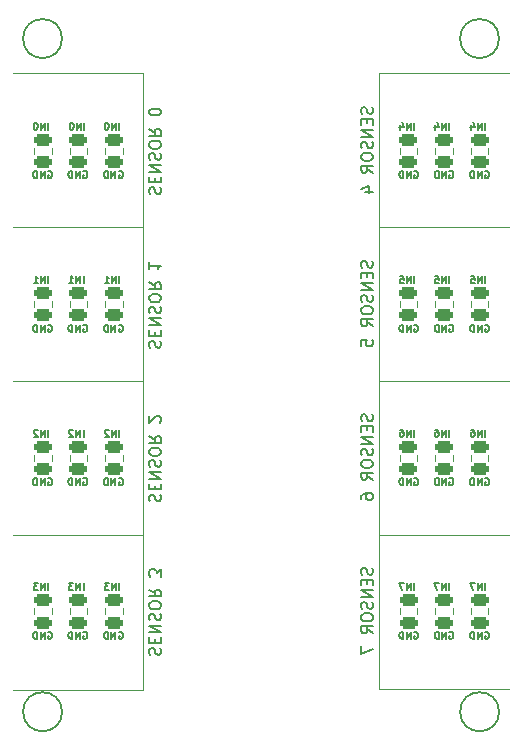
<source format=gbr>
%TF.GenerationSoftware,KiCad,Pcbnew,8.0.3*%
%TF.CreationDate,2024-06-28T14:01:33-07:00*%
%TF.ProjectId,smartstake-mux-breakout,736d6172-7473-4746-916b-652d6d75782d,rev?*%
%TF.SameCoordinates,Original*%
%TF.FileFunction,Legend,Bot*%
%TF.FilePolarity,Positive*%
%FSLAX46Y46*%
G04 Gerber Fmt 4.6, Leading zero omitted, Abs format (unit mm)*
G04 Created by KiCad (PCBNEW 8.0.3) date 2024-06-28 14:01:33*
%MOMM*%
%LPD*%
G01*
G04 APERTURE LIST*
G04 Aperture macros list*
%AMRoundRect*
0 Rectangle with rounded corners*
0 $1 Rounding radius*
0 $2 $3 $4 $5 $6 $7 $8 $9 X,Y pos of 4 corners*
0 Add a 4 corners polygon primitive as box body*
4,1,4,$2,$3,$4,$5,$6,$7,$8,$9,$2,$3,0*
0 Add four circle primitives for the rounded corners*
1,1,$1+$1,$2,$3*
1,1,$1+$1,$4,$5*
1,1,$1+$1,$6,$7*
1,1,$1+$1,$8,$9*
0 Add four rect primitives between the rounded corners*
20,1,$1+$1,$2,$3,$4,$5,0*
20,1,$1+$1,$4,$5,$6,$7,0*
20,1,$1+$1,$6,$7,$8,$9,0*
20,1,$1+$1,$8,$9,$2,$3,0*%
G04 Aperture macros list end*
%ADD10C,0.127000*%
%ADD11C,0.100000*%
%ADD12C,0.150000*%
%ADD13C,0.200000*%
%ADD14C,0.120000*%
%ADD15R,1.700000X1.700000*%
%ADD16O,1.700000X1.700000*%
%ADD17RoundRect,0.250000X-0.475000X0.250000X-0.475000X-0.250000X0.475000X-0.250000X0.475000X0.250000X0*%
G04 APERTURE END LIST*
D10*
X41973590Y-88219967D02*
X41973590Y-87619967D01*
X41687876Y-88219967D02*
X41687876Y-87619967D01*
X41687876Y-87619967D02*
X41345019Y-88219967D01*
X41345019Y-88219967D02*
X41345019Y-87619967D01*
X41116448Y-87619967D02*
X40745020Y-87619967D01*
X40745020Y-87619967D02*
X40945020Y-87848538D01*
X40945020Y-87848538D02*
X40859305Y-87848538D01*
X40859305Y-87848538D02*
X40802163Y-87877110D01*
X40802163Y-87877110D02*
X40773591Y-87905681D01*
X40773591Y-87905681D02*
X40745020Y-87962824D01*
X40745020Y-87962824D02*
X40745020Y-88105681D01*
X40745020Y-88105681D02*
X40773591Y-88162824D01*
X40773591Y-88162824D02*
X40802163Y-88191396D01*
X40802163Y-88191396D02*
X40859305Y-88219967D01*
X40859305Y-88219967D02*
X41030734Y-88219967D01*
X41030734Y-88219967D02*
X41087877Y-88191396D01*
X41087877Y-88191396D02*
X41116448Y-88162824D01*
X44973590Y-88219967D02*
X44973590Y-87619967D01*
X44687876Y-88219967D02*
X44687876Y-87619967D01*
X44687876Y-87619967D02*
X44345019Y-88219967D01*
X44345019Y-88219967D02*
X44345019Y-87619967D01*
X44116448Y-87619967D02*
X43745020Y-87619967D01*
X43745020Y-87619967D02*
X43945020Y-87848538D01*
X43945020Y-87848538D02*
X43859305Y-87848538D01*
X43859305Y-87848538D02*
X43802163Y-87877110D01*
X43802163Y-87877110D02*
X43773591Y-87905681D01*
X43773591Y-87905681D02*
X43745020Y-87962824D01*
X43745020Y-87962824D02*
X43745020Y-88105681D01*
X43745020Y-88105681D02*
X43773591Y-88162824D01*
X43773591Y-88162824D02*
X43802163Y-88191396D01*
X43802163Y-88191396D02*
X43859305Y-88219967D01*
X43859305Y-88219967D02*
X44030734Y-88219967D01*
X44030734Y-88219967D02*
X44087877Y-88191396D01*
X44087877Y-88191396D02*
X44116448Y-88162824D01*
X47973590Y-88219967D02*
X47973590Y-87619967D01*
X47687876Y-88219967D02*
X47687876Y-87619967D01*
X47687876Y-87619967D02*
X47345019Y-88219967D01*
X47345019Y-88219967D02*
X47345019Y-87619967D01*
X47116448Y-87619967D02*
X46745020Y-87619967D01*
X46745020Y-87619967D02*
X46945020Y-87848538D01*
X46945020Y-87848538D02*
X46859305Y-87848538D01*
X46859305Y-87848538D02*
X46802163Y-87877110D01*
X46802163Y-87877110D02*
X46773591Y-87905681D01*
X46773591Y-87905681D02*
X46745020Y-87962824D01*
X46745020Y-87962824D02*
X46745020Y-88105681D01*
X46745020Y-88105681D02*
X46773591Y-88162824D01*
X46773591Y-88162824D02*
X46802163Y-88191396D01*
X46802163Y-88191396D02*
X46859305Y-88219967D01*
X46859305Y-88219967D02*
X47030734Y-88219967D01*
X47030734Y-88219967D02*
X47087877Y-88191396D01*
X47087877Y-88191396D02*
X47116448Y-88162824D01*
X41973590Y-75219967D02*
X41973590Y-74619967D01*
X41687876Y-75219967D02*
X41687876Y-74619967D01*
X41687876Y-74619967D02*
X41345019Y-75219967D01*
X41345019Y-75219967D02*
X41345019Y-74619967D01*
X41087877Y-74677110D02*
X41059305Y-74648538D01*
X41059305Y-74648538D02*
X41002163Y-74619967D01*
X41002163Y-74619967D02*
X40859305Y-74619967D01*
X40859305Y-74619967D02*
X40802163Y-74648538D01*
X40802163Y-74648538D02*
X40773591Y-74677110D01*
X40773591Y-74677110D02*
X40745020Y-74734253D01*
X40745020Y-74734253D02*
X40745020Y-74791396D01*
X40745020Y-74791396D02*
X40773591Y-74877110D01*
X40773591Y-74877110D02*
X41116448Y-75219967D01*
X41116448Y-75219967D02*
X40745020Y-75219967D01*
X44973590Y-75219967D02*
X44973590Y-74619967D01*
X44687876Y-75219967D02*
X44687876Y-74619967D01*
X44687876Y-74619967D02*
X44345019Y-75219967D01*
X44345019Y-75219967D02*
X44345019Y-74619967D01*
X44087877Y-74677110D02*
X44059305Y-74648538D01*
X44059305Y-74648538D02*
X44002163Y-74619967D01*
X44002163Y-74619967D02*
X43859305Y-74619967D01*
X43859305Y-74619967D02*
X43802163Y-74648538D01*
X43802163Y-74648538D02*
X43773591Y-74677110D01*
X43773591Y-74677110D02*
X43745020Y-74734253D01*
X43745020Y-74734253D02*
X43745020Y-74791396D01*
X43745020Y-74791396D02*
X43773591Y-74877110D01*
X43773591Y-74877110D02*
X44116448Y-75219967D01*
X44116448Y-75219967D02*
X43745020Y-75219967D01*
X47973590Y-75219967D02*
X47973590Y-74619967D01*
X47687876Y-75219967D02*
X47687876Y-74619967D01*
X47687876Y-74619967D02*
X47345019Y-75219967D01*
X47345019Y-75219967D02*
X47345019Y-74619967D01*
X47087877Y-74677110D02*
X47059305Y-74648538D01*
X47059305Y-74648538D02*
X47002163Y-74619967D01*
X47002163Y-74619967D02*
X46859305Y-74619967D01*
X46859305Y-74619967D02*
X46802163Y-74648538D01*
X46802163Y-74648538D02*
X46773591Y-74677110D01*
X46773591Y-74677110D02*
X46745020Y-74734253D01*
X46745020Y-74734253D02*
X46745020Y-74791396D01*
X46745020Y-74791396D02*
X46773591Y-74877110D01*
X46773591Y-74877110D02*
X47116448Y-75219967D01*
X47116448Y-75219967D02*
X46745020Y-75219967D01*
X47973590Y-62219967D02*
X47973590Y-61619967D01*
X47687876Y-62219967D02*
X47687876Y-61619967D01*
X47687876Y-61619967D02*
X47345019Y-62219967D01*
X47345019Y-62219967D02*
X47345019Y-61619967D01*
X46745020Y-62219967D02*
X47087877Y-62219967D01*
X46916448Y-62219967D02*
X46916448Y-61619967D01*
X46916448Y-61619967D02*
X46973591Y-61705681D01*
X46973591Y-61705681D02*
X47030734Y-61762824D01*
X47030734Y-61762824D02*
X47087877Y-61791396D01*
X44973590Y-62219967D02*
X44973590Y-61619967D01*
X44687876Y-62219967D02*
X44687876Y-61619967D01*
X44687876Y-61619967D02*
X44345019Y-62219967D01*
X44345019Y-62219967D02*
X44345019Y-61619967D01*
X43745020Y-62219967D02*
X44087877Y-62219967D01*
X43916448Y-62219967D02*
X43916448Y-61619967D01*
X43916448Y-61619967D02*
X43973591Y-61705681D01*
X43973591Y-61705681D02*
X44030734Y-61762824D01*
X44030734Y-61762824D02*
X44087877Y-61791396D01*
X41973590Y-62219967D02*
X41973590Y-61619967D01*
X41687876Y-62219967D02*
X41687876Y-61619967D01*
X41687876Y-61619967D02*
X41345019Y-62219967D01*
X41345019Y-62219967D02*
X41345019Y-61619967D01*
X40745020Y-62219967D02*
X41087877Y-62219967D01*
X40916448Y-62219967D02*
X40916448Y-61619967D01*
X40916448Y-61619967D02*
X40973591Y-61705681D01*
X40973591Y-61705681D02*
X41030734Y-61762824D01*
X41030734Y-61762824D02*
X41087877Y-61791396D01*
X47973590Y-49219967D02*
X47973590Y-48619967D01*
X47687876Y-49219967D02*
X47687876Y-48619967D01*
X47687876Y-48619967D02*
X47345019Y-49219967D01*
X47345019Y-49219967D02*
X47345019Y-48619967D01*
X46945020Y-48619967D02*
X46887877Y-48619967D01*
X46887877Y-48619967D02*
X46830734Y-48648538D01*
X46830734Y-48648538D02*
X46802163Y-48677110D01*
X46802163Y-48677110D02*
X46773591Y-48734253D01*
X46773591Y-48734253D02*
X46745020Y-48848538D01*
X46745020Y-48848538D02*
X46745020Y-48991396D01*
X46745020Y-48991396D02*
X46773591Y-49105681D01*
X46773591Y-49105681D02*
X46802163Y-49162824D01*
X46802163Y-49162824D02*
X46830734Y-49191396D01*
X46830734Y-49191396D02*
X46887877Y-49219967D01*
X46887877Y-49219967D02*
X46945020Y-49219967D01*
X46945020Y-49219967D02*
X47002163Y-49191396D01*
X47002163Y-49191396D02*
X47030734Y-49162824D01*
X47030734Y-49162824D02*
X47059305Y-49105681D01*
X47059305Y-49105681D02*
X47087877Y-48991396D01*
X47087877Y-48991396D02*
X47087877Y-48848538D01*
X47087877Y-48848538D02*
X47059305Y-48734253D01*
X47059305Y-48734253D02*
X47030734Y-48677110D01*
X47030734Y-48677110D02*
X47002163Y-48648538D01*
X47002163Y-48648538D02*
X46945020Y-48619967D01*
X45020304Y-49219967D02*
X45020304Y-48619967D01*
X44734590Y-49219967D02*
X44734590Y-48619967D01*
X44734590Y-48619967D02*
X44391733Y-49219967D01*
X44391733Y-49219967D02*
X44391733Y-48619967D01*
X43991734Y-48619967D02*
X43934591Y-48619967D01*
X43934591Y-48619967D02*
X43877448Y-48648538D01*
X43877448Y-48648538D02*
X43848877Y-48677110D01*
X43848877Y-48677110D02*
X43820305Y-48734253D01*
X43820305Y-48734253D02*
X43791734Y-48848538D01*
X43791734Y-48848538D02*
X43791734Y-48991396D01*
X43791734Y-48991396D02*
X43820305Y-49105681D01*
X43820305Y-49105681D02*
X43848877Y-49162824D01*
X43848877Y-49162824D02*
X43877448Y-49191396D01*
X43877448Y-49191396D02*
X43934591Y-49219967D01*
X43934591Y-49219967D02*
X43991734Y-49219967D01*
X43991734Y-49219967D02*
X44048877Y-49191396D01*
X44048877Y-49191396D02*
X44077448Y-49162824D01*
X44077448Y-49162824D02*
X44106019Y-49105681D01*
X44106019Y-49105681D02*
X44134591Y-48991396D01*
X44134591Y-48991396D02*
X44134591Y-48848538D01*
X44134591Y-48848538D02*
X44106019Y-48734253D01*
X44106019Y-48734253D02*
X44077448Y-48677110D01*
X44077448Y-48677110D02*
X44048877Y-48648538D01*
X44048877Y-48648538D02*
X43991734Y-48619967D01*
X41973590Y-49219967D02*
X41973590Y-48619967D01*
X41687876Y-49219967D02*
X41687876Y-48619967D01*
X41687876Y-48619967D02*
X41345019Y-49219967D01*
X41345019Y-49219967D02*
X41345019Y-48619967D01*
X40945020Y-48619967D02*
X40887877Y-48619967D01*
X40887877Y-48619967D02*
X40830734Y-48648538D01*
X40830734Y-48648538D02*
X40802163Y-48677110D01*
X40802163Y-48677110D02*
X40773591Y-48734253D01*
X40773591Y-48734253D02*
X40745020Y-48848538D01*
X40745020Y-48848538D02*
X40745020Y-48991396D01*
X40745020Y-48991396D02*
X40773591Y-49105681D01*
X40773591Y-49105681D02*
X40802163Y-49162824D01*
X40802163Y-49162824D02*
X40830734Y-49191396D01*
X40830734Y-49191396D02*
X40887877Y-49219967D01*
X40887877Y-49219967D02*
X40945020Y-49219967D01*
X40945020Y-49219967D02*
X41002163Y-49191396D01*
X41002163Y-49191396D02*
X41030734Y-49162824D01*
X41030734Y-49162824D02*
X41059305Y-49105681D01*
X41059305Y-49105681D02*
X41087877Y-48991396D01*
X41087877Y-48991396D02*
X41087877Y-48848538D01*
X41087877Y-48848538D02*
X41059305Y-48734253D01*
X41059305Y-48734253D02*
X41030734Y-48677110D01*
X41030734Y-48677110D02*
X41002163Y-48648538D01*
X41002163Y-48648538D02*
X40945020Y-48619967D01*
X78973590Y-88219967D02*
X78973590Y-87619967D01*
X78687876Y-88219967D02*
X78687876Y-87619967D01*
X78687876Y-87619967D02*
X78345019Y-88219967D01*
X78345019Y-88219967D02*
X78345019Y-87619967D01*
X78116448Y-87619967D02*
X77716448Y-87619967D01*
X77716448Y-87619967D02*
X77973591Y-88219967D01*
X75920304Y-88219967D02*
X75920304Y-87619967D01*
X75634590Y-88219967D02*
X75634590Y-87619967D01*
X75634590Y-87619967D02*
X75291733Y-88219967D01*
X75291733Y-88219967D02*
X75291733Y-87619967D01*
X75063162Y-87619967D02*
X74663162Y-87619967D01*
X74663162Y-87619967D02*
X74920305Y-88219967D01*
X72973590Y-88219967D02*
X72973590Y-87619967D01*
X72687876Y-88219967D02*
X72687876Y-87619967D01*
X72687876Y-87619967D02*
X72345019Y-88219967D01*
X72345019Y-88219967D02*
X72345019Y-87619967D01*
X72116448Y-87619967D02*
X71716448Y-87619967D01*
X71716448Y-87619967D02*
X71973591Y-88219967D01*
X78973590Y-75219967D02*
X78973590Y-74619967D01*
X78687876Y-75219967D02*
X78687876Y-74619967D01*
X78687876Y-74619967D02*
X78345019Y-75219967D01*
X78345019Y-75219967D02*
X78345019Y-74619967D01*
X77802163Y-74619967D02*
X77916448Y-74619967D01*
X77916448Y-74619967D02*
X77973591Y-74648538D01*
X77973591Y-74648538D02*
X78002163Y-74677110D01*
X78002163Y-74677110D02*
X78059305Y-74762824D01*
X78059305Y-74762824D02*
X78087877Y-74877110D01*
X78087877Y-74877110D02*
X78087877Y-75105681D01*
X78087877Y-75105681D02*
X78059305Y-75162824D01*
X78059305Y-75162824D02*
X78030734Y-75191396D01*
X78030734Y-75191396D02*
X77973591Y-75219967D01*
X77973591Y-75219967D02*
X77859305Y-75219967D01*
X77859305Y-75219967D02*
X77802163Y-75191396D01*
X77802163Y-75191396D02*
X77773591Y-75162824D01*
X77773591Y-75162824D02*
X77745020Y-75105681D01*
X77745020Y-75105681D02*
X77745020Y-74962824D01*
X77745020Y-74962824D02*
X77773591Y-74905681D01*
X77773591Y-74905681D02*
X77802163Y-74877110D01*
X77802163Y-74877110D02*
X77859305Y-74848538D01*
X77859305Y-74848538D02*
X77973591Y-74848538D01*
X77973591Y-74848538D02*
X78030734Y-74877110D01*
X78030734Y-74877110D02*
X78059305Y-74905681D01*
X78059305Y-74905681D02*
X78087877Y-74962824D01*
X75920304Y-75219967D02*
X75920304Y-74619967D01*
X75634590Y-75219967D02*
X75634590Y-74619967D01*
X75634590Y-74619967D02*
X75291733Y-75219967D01*
X75291733Y-75219967D02*
X75291733Y-74619967D01*
X74748877Y-74619967D02*
X74863162Y-74619967D01*
X74863162Y-74619967D02*
X74920305Y-74648538D01*
X74920305Y-74648538D02*
X74948877Y-74677110D01*
X74948877Y-74677110D02*
X75006019Y-74762824D01*
X75006019Y-74762824D02*
X75034591Y-74877110D01*
X75034591Y-74877110D02*
X75034591Y-75105681D01*
X75034591Y-75105681D02*
X75006019Y-75162824D01*
X75006019Y-75162824D02*
X74977448Y-75191396D01*
X74977448Y-75191396D02*
X74920305Y-75219967D01*
X74920305Y-75219967D02*
X74806019Y-75219967D01*
X74806019Y-75219967D02*
X74748877Y-75191396D01*
X74748877Y-75191396D02*
X74720305Y-75162824D01*
X74720305Y-75162824D02*
X74691734Y-75105681D01*
X74691734Y-75105681D02*
X74691734Y-74962824D01*
X74691734Y-74962824D02*
X74720305Y-74905681D01*
X74720305Y-74905681D02*
X74748877Y-74877110D01*
X74748877Y-74877110D02*
X74806019Y-74848538D01*
X74806019Y-74848538D02*
X74920305Y-74848538D01*
X74920305Y-74848538D02*
X74977448Y-74877110D01*
X74977448Y-74877110D02*
X75006019Y-74905681D01*
X75006019Y-74905681D02*
X75034591Y-74962824D01*
X72973590Y-75219967D02*
X72973590Y-74619967D01*
X72687876Y-75219967D02*
X72687876Y-74619967D01*
X72687876Y-74619967D02*
X72345019Y-75219967D01*
X72345019Y-75219967D02*
X72345019Y-74619967D01*
X71802163Y-74619967D02*
X71916448Y-74619967D01*
X71916448Y-74619967D02*
X71973591Y-74648538D01*
X71973591Y-74648538D02*
X72002163Y-74677110D01*
X72002163Y-74677110D02*
X72059305Y-74762824D01*
X72059305Y-74762824D02*
X72087877Y-74877110D01*
X72087877Y-74877110D02*
X72087877Y-75105681D01*
X72087877Y-75105681D02*
X72059305Y-75162824D01*
X72059305Y-75162824D02*
X72030734Y-75191396D01*
X72030734Y-75191396D02*
X71973591Y-75219967D01*
X71973591Y-75219967D02*
X71859305Y-75219967D01*
X71859305Y-75219967D02*
X71802163Y-75191396D01*
X71802163Y-75191396D02*
X71773591Y-75162824D01*
X71773591Y-75162824D02*
X71745020Y-75105681D01*
X71745020Y-75105681D02*
X71745020Y-74962824D01*
X71745020Y-74962824D02*
X71773591Y-74905681D01*
X71773591Y-74905681D02*
X71802163Y-74877110D01*
X71802163Y-74877110D02*
X71859305Y-74848538D01*
X71859305Y-74848538D02*
X71973591Y-74848538D01*
X71973591Y-74848538D02*
X72030734Y-74877110D01*
X72030734Y-74877110D02*
X72059305Y-74905681D01*
X72059305Y-74905681D02*
X72087877Y-74962824D01*
X78973590Y-62219967D02*
X78973590Y-61619967D01*
X78687876Y-62219967D02*
X78687876Y-61619967D01*
X78687876Y-61619967D02*
X78345019Y-62219967D01*
X78345019Y-62219967D02*
X78345019Y-61619967D01*
X77773591Y-61619967D02*
X78059305Y-61619967D01*
X78059305Y-61619967D02*
X78087877Y-61905681D01*
X78087877Y-61905681D02*
X78059305Y-61877110D01*
X78059305Y-61877110D02*
X78002163Y-61848538D01*
X78002163Y-61848538D02*
X77859305Y-61848538D01*
X77859305Y-61848538D02*
X77802163Y-61877110D01*
X77802163Y-61877110D02*
X77773591Y-61905681D01*
X77773591Y-61905681D02*
X77745020Y-61962824D01*
X77745020Y-61962824D02*
X77745020Y-62105681D01*
X77745020Y-62105681D02*
X77773591Y-62162824D01*
X77773591Y-62162824D02*
X77802163Y-62191396D01*
X77802163Y-62191396D02*
X77859305Y-62219967D01*
X77859305Y-62219967D02*
X78002163Y-62219967D01*
X78002163Y-62219967D02*
X78059305Y-62191396D01*
X78059305Y-62191396D02*
X78087877Y-62162824D01*
X75920304Y-62219967D02*
X75920304Y-61619967D01*
X75634590Y-62219967D02*
X75634590Y-61619967D01*
X75634590Y-61619967D02*
X75291733Y-62219967D01*
X75291733Y-62219967D02*
X75291733Y-61619967D01*
X74720305Y-61619967D02*
X75006019Y-61619967D01*
X75006019Y-61619967D02*
X75034591Y-61905681D01*
X75034591Y-61905681D02*
X75006019Y-61877110D01*
X75006019Y-61877110D02*
X74948877Y-61848538D01*
X74948877Y-61848538D02*
X74806019Y-61848538D01*
X74806019Y-61848538D02*
X74748877Y-61877110D01*
X74748877Y-61877110D02*
X74720305Y-61905681D01*
X74720305Y-61905681D02*
X74691734Y-61962824D01*
X74691734Y-61962824D02*
X74691734Y-62105681D01*
X74691734Y-62105681D02*
X74720305Y-62162824D01*
X74720305Y-62162824D02*
X74748877Y-62191396D01*
X74748877Y-62191396D02*
X74806019Y-62219967D01*
X74806019Y-62219967D02*
X74948877Y-62219967D01*
X74948877Y-62219967D02*
X75006019Y-62191396D01*
X75006019Y-62191396D02*
X75034591Y-62162824D01*
X72973590Y-62219967D02*
X72973590Y-61619967D01*
X72687876Y-62219967D02*
X72687876Y-61619967D01*
X72687876Y-61619967D02*
X72345019Y-62219967D01*
X72345019Y-62219967D02*
X72345019Y-61619967D01*
X71773591Y-61619967D02*
X72059305Y-61619967D01*
X72059305Y-61619967D02*
X72087877Y-61905681D01*
X72087877Y-61905681D02*
X72059305Y-61877110D01*
X72059305Y-61877110D02*
X72002163Y-61848538D01*
X72002163Y-61848538D02*
X71859305Y-61848538D01*
X71859305Y-61848538D02*
X71802163Y-61877110D01*
X71802163Y-61877110D02*
X71773591Y-61905681D01*
X71773591Y-61905681D02*
X71745020Y-61962824D01*
X71745020Y-61962824D02*
X71745020Y-62105681D01*
X71745020Y-62105681D02*
X71773591Y-62162824D01*
X71773591Y-62162824D02*
X71802163Y-62191396D01*
X71802163Y-62191396D02*
X71859305Y-62219967D01*
X71859305Y-62219967D02*
X72002163Y-62219967D01*
X72002163Y-62219967D02*
X72059305Y-62191396D01*
X72059305Y-62191396D02*
X72087877Y-62162824D01*
X75920304Y-49219967D02*
X75920304Y-48619967D01*
X75634590Y-49219967D02*
X75634590Y-48619967D01*
X75634590Y-48619967D02*
X75291733Y-49219967D01*
X75291733Y-49219967D02*
X75291733Y-48619967D01*
X74748877Y-48819967D02*
X74748877Y-49219967D01*
X74891734Y-48591396D02*
X75034591Y-49019967D01*
X75034591Y-49019967D02*
X74663162Y-49019967D01*
X72973590Y-49219967D02*
X72973590Y-48619967D01*
X72687876Y-49219967D02*
X72687876Y-48619967D01*
X72687876Y-48619967D02*
X72345019Y-49219967D01*
X72345019Y-49219967D02*
X72345019Y-48619967D01*
X71802163Y-48819967D02*
X71802163Y-49219967D01*
X71945020Y-48591396D02*
X72087877Y-49019967D01*
X72087877Y-49019967D02*
X71716448Y-49019967D01*
X78973590Y-49219967D02*
X78973590Y-48619967D01*
X78687876Y-49219967D02*
X78687876Y-48619967D01*
X78687876Y-48619967D02*
X78345019Y-49219967D01*
X78345019Y-49219967D02*
X78345019Y-48619967D01*
X77802163Y-48819967D02*
X77802163Y-49219967D01*
X77945020Y-48591396D02*
X78087877Y-49019967D01*
X78087877Y-49019967D02*
X77716448Y-49019967D01*
X75948875Y-65748538D02*
X76006018Y-65719967D01*
X76006018Y-65719967D02*
X76091732Y-65719967D01*
X76091732Y-65719967D02*
X76177446Y-65748538D01*
X76177446Y-65748538D02*
X76234589Y-65805681D01*
X76234589Y-65805681D02*
X76263160Y-65862824D01*
X76263160Y-65862824D02*
X76291732Y-65977110D01*
X76291732Y-65977110D02*
X76291732Y-66062824D01*
X76291732Y-66062824D02*
X76263160Y-66177110D01*
X76263160Y-66177110D02*
X76234589Y-66234253D01*
X76234589Y-66234253D02*
X76177446Y-66291396D01*
X76177446Y-66291396D02*
X76091732Y-66319967D01*
X76091732Y-66319967D02*
X76034589Y-66319967D01*
X76034589Y-66319967D02*
X75948875Y-66291396D01*
X75948875Y-66291396D02*
X75920303Y-66262824D01*
X75920303Y-66262824D02*
X75920303Y-66062824D01*
X75920303Y-66062824D02*
X76034589Y-66062824D01*
X75663160Y-66319967D02*
X75663160Y-65719967D01*
X75663160Y-65719967D02*
X75320303Y-66319967D01*
X75320303Y-66319967D02*
X75320303Y-65719967D01*
X75034589Y-66319967D02*
X75034589Y-65719967D01*
X75034589Y-65719967D02*
X74891732Y-65719967D01*
X74891732Y-65719967D02*
X74806018Y-65748538D01*
X74806018Y-65748538D02*
X74748875Y-65805681D01*
X74748875Y-65805681D02*
X74720304Y-65862824D01*
X74720304Y-65862824D02*
X74691732Y-65977110D01*
X74691732Y-65977110D02*
X74691732Y-66062824D01*
X74691732Y-66062824D02*
X74720304Y-66177110D01*
X74720304Y-66177110D02*
X74748875Y-66234253D01*
X74748875Y-66234253D02*
X74806018Y-66291396D01*
X74806018Y-66291396D02*
X74891732Y-66319967D01*
X74891732Y-66319967D02*
X75034589Y-66319967D01*
X78959305Y-65748538D02*
X79016448Y-65719967D01*
X79016448Y-65719967D02*
X79102162Y-65719967D01*
X79102162Y-65719967D02*
X79187876Y-65748538D01*
X79187876Y-65748538D02*
X79245019Y-65805681D01*
X79245019Y-65805681D02*
X79273590Y-65862824D01*
X79273590Y-65862824D02*
X79302162Y-65977110D01*
X79302162Y-65977110D02*
X79302162Y-66062824D01*
X79302162Y-66062824D02*
X79273590Y-66177110D01*
X79273590Y-66177110D02*
X79245019Y-66234253D01*
X79245019Y-66234253D02*
X79187876Y-66291396D01*
X79187876Y-66291396D02*
X79102162Y-66319967D01*
X79102162Y-66319967D02*
X79045019Y-66319967D01*
X79045019Y-66319967D02*
X78959305Y-66291396D01*
X78959305Y-66291396D02*
X78930733Y-66262824D01*
X78930733Y-66262824D02*
X78930733Y-66062824D01*
X78930733Y-66062824D02*
X79045019Y-66062824D01*
X78673590Y-66319967D02*
X78673590Y-65719967D01*
X78673590Y-65719967D02*
X78330733Y-66319967D01*
X78330733Y-66319967D02*
X78330733Y-65719967D01*
X78045019Y-66319967D02*
X78045019Y-65719967D01*
X78045019Y-65719967D02*
X77902162Y-65719967D01*
X77902162Y-65719967D02*
X77816448Y-65748538D01*
X77816448Y-65748538D02*
X77759305Y-65805681D01*
X77759305Y-65805681D02*
X77730734Y-65862824D01*
X77730734Y-65862824D02*
X77702162Y-65977110D01*
X77702162Y-65977110D02*
X77702162Y-66062824D01*
X77702162Y-66062824D02*
X77730734Y-66177110D01*
X77730734Y-66177110D02*
X77759305Y-66234253D01*
X77759305Y-66234253D02*
X77816448Y-66291396D01*
X77816448Y-66291396D02*
X77902162Y-66319967D01*
X77902162Y-66319967D02*
X78045019Y-66319967D01*
X72959305Y-65748538D02*
X73016448Y-65719967D01*
X73016448Y-65719967D02*
X73102162Y-65719967D01*
X73102162Y-65719967D02*
X73187876Y-65748538D01*
X73187876Y-65748538D02*
X73245019Y-65805681D01*
X73245019Y-65805681D02*
X73273590Y-65862824D01*
X73273590Y-65862824D02*
X73302162Y-65977110D01*
X73302162Y-65977110D02*
X73302162Y-66062824D01*
X73302162Y-66062824D02*
X73273590Y-66177110D01*
X73273590Y-66177110D02*
X73245019Y-66234253D01*
X73245019Y-66234253D02*
X73187876Y-66291396D01*
X73187876Y-66291396D02*
X73102162Y-66319967D01*
X73102162Y-66319967D02*
X73045019Y-66319967D01*
X73045019Y-66319967D02*
X72959305Y-66291396D01*
X72959305Y-66291396D02*
X72930733Y-66262824D01*
X72930733Y-66262824D02*
X72930733Y-66062824D01*
X72930733Y-66062824D02*
X73045019Y-66062824D01*
X72673590Y-66319967D02*
X72673590Y-65719967D01*
X72673590Y-65719967D02*
X72330733Y-66319967D01*
X72330733Y-66319967D02*
X72330733Y-65719967D01*
X72045019Y-66319967D02*
X72045019Y-65719967D01*
X72045019Y-65719967D02*
X71902162Y-65719967D01*
X71902162Y-65719967D02*
X71816448Y-65748538D01*
X71816448Y-65748538D02*
X71759305Y-65805681D01*
X71759305Y-65805681D02*
X71730734Y-65862824D01*
X71730734Y-65862824D02*
X71702162Y-65977110D01*
X71702162Y-65977110D02*
X71702162Y-66062824D01*
X71702162Y-66062824D02*
X71730734Y-66177110D01*
X71730734Y-66177110D02*
X71759305Y-66234253D01*
X71759305Y-66234253D02*
X71816448Y-66291396D01*
X71816448Y-66291396D02*
X71902162Y-66319967D01*
X71902162Y-66319967D02*
X72045019Y-66319967D01*
X75948875Y-52748538D02*
X76006018Y-52719967D01*
X76006018Y-52719967D02*
X76091732Y-52719967D01*
X76091732Y-52719967D02*
X76177446Y-52748538D01*
X76177446Y-52748538D02*
X76234589Y-52805681D01*
X76234589Y-52805681D02*
X76263160Y-52862824D01*
X76263160Y-52862824D02*
X76291732Y-52977110D01*
X76291732Y-52977110D02*
X76291732Y-53062824D01*
X76291732Y-53062824D02*
X76263160Y-53177110D01*
X76263160Y-53177110D02*
X76234589Y-53234253D01*
X76234589Y-53234253D02*
X76177446Y-53291396D01*
X76177446Y-53291396D02*
X76091732Y-53319967D01*
X76091732Y-53319967D02*
X76034589Y-53319967D01*
X76034589Y-53319967D02*
X75948875Y-53291396D01*
X75948875Y-53291396D02*
X75920303Y-53262824D01*
X75920303Y-53262824D02*
X75920303Y-53062824D01*
X75920303Y-53062824D02*
X76034589Y-53062824D01*
X75663160Y-53319967D02*
X75663160Y-52719967D01*
X75663160Y-52719967D02*
X75320303Y-53319967D01*
X75320303Y-53319967D02*
X75320303Y-52719967D01*
X75034589Y-53319967D02*
X75034589Y-52719967D01*
X75034589Y-52719967D02*
X74891732Y-52719967D01*
X74891732Y-52719967D02*
X74806018Y-52748538D01*
X74806018Y-52748538D02*
X74748875Y-52805681D01*
X74748875Y-52805681D02*
X74720304Y-52862824D01*
X74720304Y-52862824D02*
X74691732Y-52977110D01*
X74691732Y-52977110D02*
X74691732Y-53062824D01*
X74691732Y-53062824D02*
X74720304Y-53177110D01*
X74720304Y-53177110D02*
X74748875Y-53234253D01*
X74748875Y-53234253D02*
X74806018Y-53291396D01*
X74806018Y-53291396D02*
X74891732Y-53319967D01*
X74891732Y-53319967D02*
X75034589Y-53319967D01*
X78959305Y-52748538D02*
X79016448Y-52719967D01*
X79016448Y-52719967D02*
X79102162Y-52719967D01*
X79102162Y-52719967D02*
X79187876Y-52748538D01*
X79187876Y-52748538D02*
X79245019Y-52805681D01*
X79245019Y-52805681D02*
X79273590Y-52862824D01*
X79273590Y-52862824D02*
X79302162Y-52977110D01*
X79302162Y-52977110D02*
X79302162Y-53062824D01*
X79302162Y-53062824D02*
X79273590Y-53177110D01*
X79273590Y-53177110D02*
X79245019Y-53234253D01*
X79245019Y-53234253D02*
X79187876Y-53291396D01*
X79187876Y-53291396D02*
X79102162Y-53319967D01*
X79102162Y-53319967D02*
X79045019Y-53319967D01*
X79045019Y-53319967D02*
X78959305Y-53291396D01*
X78959305Y-53291396D02*
X78930733Y-53262824D01*
X78930733Y-53262824D02*
X78930733Y-53062824D01*
X78930733Y-53062824D02*
X79045019Y-53062824D01*
X78673590Y-53319967D02*
X78673590Y-52719967D01*
X78673590Y-52719967D02*
X78330733Y-53319967D01*
X78330733Y-53319967D02*
X78330733Y-52719967D01*
X78045019Y-53319967D02*
X78045019Y-52719967D01*
X78045019Y-52719967D02*
X77902162Y-52719967D01*
X77902162Y-52719967D02*
X77816448Y-52748538D01*
X77816448Y-52748538D02*
X77759305Y-52805681D01*
X77759305Y-52805681D02*
X77730734Y-52862824D01*
X77730734Y-52862824D02*
X77702162Y-52977110D01*
X77702162Y-52977110D02*
X77702162Y-53062824D01*
X77702162Y-53062824D02*
X77730734Y-53177110D01*
X77730734Y-53177110D02*
X77759305Y-53234253D01*
X77759305Y-53234253D02*
X77816448Y-53291396D01*
X77816448Y-53291396D02*
X77902162Y-53319967D01*
X77902162Y-53319967D02*
X78045019Y-53319967D01*
X72959305Y-52748538D02*
X73016448Y-52719967D01*
X73016448Y-52719967D02*
X73102162Y-52719967D01*
X73102162Y-52719967D02*
X73187876Y-52748538D01*
X73187876Y-52748538D02*
X73245019Y-52805681D01*
X73245019Y-52805681D02*
X73273590Y-52862824D01*
X73273590Y-52862824D02*
X73302162Y-52977110D01*
X73302162Y-52977110D02*
X73302162Y-53062824D01*
X73302162Y-53062824D02*
X73273590Y-53177110D01*
X73273590Y-53177110D02*
X73245019Y-53234253D01*
X73245019Y-53234253D02*
X73187876Y-53291396D01*
X73187876Y-53291396D02*
X73102162Y-53319967D01*
X73102162Y-53319967D02*
X73045019Y-53319967D01*
X73045019Y-53319967D02*
X72959305Y-53291396D01*
X72959305Y-53291396D02*
X72930733Y-53262824D01*
X72930733Y-53262824D02*
X72930733Y-53062824D01*
X72930733Y-53062824D02*
X73045019Y-53062824D01*
X72673590Y-53319967D02*
X72673590Y-52719967D01*
X72673590Y-52719967D02*
X72330733Y-53319967D01*
X72330733Y-53319967D02*
X72330733Y-52719967D01*
X72045019Y-53319967D02*
X72045019Y-52719967D01*
X72045019Y-52719967D02*
X71902162Y-52719967D01*
X71902162Y-52719967D02*
X71816448Y-52748538D01*
X71816448Y-52748538D02*
X71759305Y-52805681D01*
X71759305Y-52805681D02*
X71730734Y-52862824D01*
X71730734Y-52862824D02*
X71702162Y-52977110D01*
X71702162Y-52977110D02*
X71702162Y-53062824D01*
X71702162Y-53062824D02*
X71730734Y-53177110D01*
X71730734Y-53177110D02*
X71759305Y-53234253D01*
X71759305Y-53234253D02*
X71816448Y-53291396D01*
X71816448Y-53291396D02*
X71902162Y-53319967D01*
X71902162Y-53319967D02*
X72045019Y-53319967D01*
X44948875Y-52748538D02*
X45006018Y-52719967D01*
X45006018Y-52719967D02*
X45091732Y-52719967D01*
X45091732Y-52719967D02*
X45177446Y-52748538D01*
X45177446Y-52748538D02*
X45234589Y-52805681D01*
X45234589Y-52805681D02*
X45263160Y-52862824D01*
X45263160Y-52862824D02*
X45291732Y-52977110D01*
X45291732Y-52977110D02*
X45291732Y-53062824D01*
X45291732Y-53062824D02*
X45263160Y-53177110D01*
X45263160Y-53177110D02*
X45234589Y-53234253D01*
X45234589Y-53234253D02*
X45177446Y-53291396D01*
X45177446Y-53291396D02*
X45091732Y-53319967D01*
X45091732Y-53319967D02*
X45034589Y-53319967D01*
X45034589Y-53319967D02*
X44948875Y-53291396D01*
X44948875Y-53291396D02*
X44920303Y-53262824D01*
X44920303Y-53262824D02*
X44920303Y-53062824D01*
X44920303Y-53062824D02*
X45034589Y-53062824D01*
X44663160Y-53319967D02*
X44663160Y-52719967D01*
X44663160Y-52719967D02*
X44320303Y-53319967D01*
X44320303Y-53319967D02*
X44320303Y-52719967D01*
X44034589Y-53319967D02*
X44034589Y-52719967D01*
X44034589Y-52719967D02*
X43891732Y-52719967D01*
X43891732Y-52719967D02*
X43806018Y-52748538D01*
X43806018Y-52748538D02*
X43748875Y-52805681D01*
X43748875Y-52805681D02*
X43720304Y-52862824D01*
X43720304Y-52862824D02*
X43691732Y-52977110D01*
X43691732Y-52977110D02*
X43691732Y-53062824D01*
X43691732Y-53062824D02*
X43720304Y-53177110D01*
X43720304Y-53177110D02*
X43748875Y-53234253D01*
X43748875Y-53234253D02*
X43806018Y-53291396D01*
X43806018Y-53291396D02*
X43891732Y-53319967D01*
X43891732Y-53319967D02*
X44034589Y-53319967D01*
X47959305Y-52748538D02*
X48016448Y-52719967D01*
X48016448Y-52719967D02*
X48102162Y-52719967D01*
X48102162Y-52719967D02*
X48187876Y-52748538D01*
X48187876Y-52748538D02*
X48245019Y-52805681D01*
X48245019Y-52805681D02*
X48273590Y-52862824D01*
X48273590Y-52862824D02*
X48302162Y-52977110D01*
X48302162Y-52977110D02*
X48302162Y-53062824D01*
X48302162Y-53062824D02*
X48273590Y-53177110D01*
X48273590Y-53177110D02*
X48245019Y-53234253D01*
X48245019Y-53234253D02*
X48187876Y-53291396D01*
X48187876Y-53291396D02*
X48102162Y-53319967D01*
X48102162Y-53319967D02*
X48045019Y-53319967D01*
X48045019Y-53319967D02*
X47959305Y-53291396D01*
X47959305Y-53291396D02*
X47930733Y-53262824D01*
X47930733Y-53262824D02*
X47930733Y-53062824D01*
X47930733Y-53062824D02*
X48045019Y-53062824D01*
X47673590Y-53319967D02*
X47673590Y-52719967D01*
X47673590Y-52719967D02*
X47330733Y-53319967D01*
X47330733Y-53319967D02*
X47330733Y-52719967D01*
X47045019Y-53319967D02*
X47045019Y-52719967D01*
X47045019Y-52719967D02*
X46902162Y-52719967D01*
X46902162Y-52719967D02*
X46816448Y-52748538D01*
X46816448Y-52748538D02*
X46759305Y-52805681D01*
X46759305Y-52805681D02*
X46730734Y-52862824D01*
X46730734Y-52862824D02*
X46702162Y-52977110D01*
X46702162Y-52977110D02*
X46702162Y-53062824D01*
X46702162Y-53062824D02*
X46730734Y-53177110D01*
X46730734Y-53177110D02*
X46759305Y-53234253D01*
X46759305Y-53234253D02*
X46816448Y-53291396D01*
X46816448Y-53291396D02*
X46902162Y-53319967D01*
X46902162Y-53319967D02*
X47045019Y-53319967D01*
X41959305Y-52748538D02*
X42016448Y-52719967D01*
X42016448Y-52719967D02*
X42102162Y-52719967D01*
X42102162Y-52719967D02*
X42187876Y-52748538D01*
X42187876Y-52748538D02*
X42245019Y-52805681D01*
X42245019Y-52805681D02*
X42273590Y-52862824D01*
X42273590Y-52862824D02*
X42302162Y-52977110D01*
X42302162Y-52977110D02*
X42302162Y-53062824D01*
X42302162Y-53062824D02*
X42273590Y-53177110D01*
X42273590Y-53177110D02*
X42245019Y-53234253D01*
X42245019Y-53234253D02*
X42187876Y-53291396D01*
X42187876Y-53291396D02*
X42102162Y-53319967D01*
X42102162Y-53319967D02*
X42045019Y-53319967D01*
X42045019Y-53319967D02*
X41959305Y-53291396D01*
X41959305Y-53291396D02*
X41930733Y-53262824D01*
X41930733Y-53262824D02*
X41930733Y-53062824D01*
X41930733Y-53062824D02*
X42045019Y-53062824D01*
X41673590Y-53319967D02*
X41673590Y-52719967D01*
X41673590Y-52719967D02*
X41330733Y-53319967D01*
X41330733Y-53319967D02*
X41330733Y-52719967D01*
X41045019Y-53319967D02*
X41045019Y-52719967D01*
X41045019Y-52719967D02*
X40902162Y-52719967D01*
X40902162Y-52719967D02*
X40816448Y-52748538D01*
X40816448Y-52748538D02*
X40759305Y-52805681D01*
X40759305Y-52805681D02*
X40730734Y-52862824D01*
X40730734Y-52862824D02*
X40702162Y-52977110D01*
X40702162Y-52977110D02*
X40702162Y-53062824D01*
X40702162Y-53062824D02*
X40730734Y-53177110D01*
X40730734Y-53177110D02*
X40759305Y-53234253D01*
X40759305Y-53234253D02*
X40816448Y-53291396D01*
X40816448Y-53291396D02*
X40902162Y-53319967D01*
X40902162Y-53319967D02*
X41045019Y-53319967D01*
X44948875Y-65748538D02*
X45006018Y-65719967D01*
X45006018Y-65719967D02*
X45091732Y-65719967D01*
X45091732Y-65719967D02*
X45177446Y-65748538D01*
X45177446Y-65748538D02*
X45234589Y-65805681D01*
X45234589Y-65805681D02*
X45263160Y-65862824D01*
X45263160Y-65862824D02*
X45291732Y-65977110D01*
X45291732Y-65977110D02*
X45291732Y-66062824D01*
X45291732Y-66062824D02*
X45263160Y-66177110D01*
X45263160Y-66177110D02*
X45234589Y-66234253D01*
X45234589Y-66234253D02*
X45177446Y-66291396D01*
X45177446Y-66291396D02*
X45091732Y-66319967D01*
X45091732Y-66319967D02*
X45034589Y-66319967D01*
X45034589Y-66319967D02*
X44948875Y-66291396D01*
X44948875Y-66291396D02*
X44920303Y-66262824D01*
X44920303Y-66262824D02*
X44920303Y-66062824D01*
X44920303Y-66062824D02*
X45034589Y-66062824D01*
X44663160Y-66319967D02*
X44663160Y-65719967D01*
X44663160Y-65719967D02*
X44320303Y-66319967D01*
X44320303Y-66319967D02*
X44320303Y-65719967D01*
X44034589Y-66319967D02*
X44034589Y-65719967D01*
X44034589Y-65719967D02*
X43891732Y-65719967D01*
X43891732Y-65719967D02*
X43806018Y-65748538D01*
X43806018Y-65748538D02*
X43748875Y-65805681D01*
X43748875Y-65805681D02*
X43720304Y-65862824D01*
X43720304Y-65862824D02*
X43691732Y-65977110D01*
X43691732Y-65977110D02*
X43691732Y-66062824D01*
X43691732Y-66062824D02*
X43720304Y-66177110D01*
X43720304Y-66177110D02*
X43748875Y-66234253D01*
X43748875Y-66234253D02*
X43806018Y-66291396D01*
X43806018Y-66291396D02*
X43891732Y-66319967D01*
X43891732Y-66319967D02*
X44034589Y-66319967D01*
X47959305Y-65748538D02*
X48016448Y-65719967D01*
X48016448Y-65719967D02*
X48102162Y-65719967D01*
X48102162Y-65719967D02*
X48187876Y-65748538D01*
X48187876Y-65748538D02*
X48245019Y-65805681D01*
X48245019Y-65805681D02*
X48273590Y-65862824D01*
X48273590Y-65862824D02*
X48302162Y-65977110D01*
X48302162Y-65977110D02*
X48302162Y-66062824D01*
X48302162Y-66062824D02*
X48273590Y-66177110D01*
X48273590Y-66177110D02*
X48245019Y-66234253D01*
X48245019Y-66234253D02*
X48187876Y-66291396D01*
X48187876Y-66291396D02*
X48102162Y-66319967D01*
X48102162Y-66319967D02*
X48045019Y-66319967D01*
X48045019Y-66319967D02*
X47959305Y-66291396D01*
X47959305Y-66291396D02*
X47930733Y-66262824D01*
X47930733Y-66262824D02*
X47930733Y-66062824D01*
X47930733Y-66062824D02*
X48045019Y-66062824D01*
X47673590Y-66319967D02*
X47673590Y-65719967D01*
X47673590Y-65719967D02*
X47330733Y-66319967D01*
X47330733Y-66319967D02*
X47330733Y-65719967D01*
X47045019Y-66319967D02*
X47045019Y-65719967D01*
X47045019Y-65719967D02*
X46902162Y-65719967D01*
X46902162Y-65719967D02*
X46816448Y-65748538D01*
X46816448Y-65748538D02*
X46759305Y-65805681D01*
X46759305Y-65805681D02*
X46730734Y-65862824D01*
X46730734Y-65862824D02*
X46702162Y-65977110D01*
X46702162Y-65977110D02*
X46702162Y-66062824D01*
X46702162Y-66062824D02*
X46730734Y-66177110D01*
X46730734Y-66177110D02*
X46759305Y-66234253D01*
X46759305Y-66234253D02*
X46816448Y-66291396D01*
X46816448Y-66291396D02*
X46902162Y-66319967D01*
X46902162Y-66319967D02*
X47045019Y-66319967D01*
X41959305Y-65748538D02*
X42016448Y-65719967D01*
X42016448Y-65719967D02*
X42102162Y-65719967D01*
X42102162Y-65719967D02*
X42187876Y-65748538D01*
X42187876Y-65748538D02*
X42245019Y-65805681D01*
X42245019Y-65805681D02*
X42273590Y-65862824D01*
X42273590Y-65862824D02*
X42302162Y-65977110D01*
X42302162Y-65977110D02*
X42302162Y-66062824D01*
X42302162Y-66062824D02*
X42273590Y-66177110D01*
X42273590Y-66177110D02*
X42245019Y-66234253D01*
X42245019Y-66234253D02*
X42187876Y-66291396D01*
X42187876Y-66291396D02*
X42102162Y-66319967D01*
X42102162Y-66319967D02*
X42045019Y-66319967D01*
X42045019Y-66319967D02*
X41959305Y-66291396D01*
X41959305Y-66291396D02*
X41930733Y-66262824D01*
X41930733Y-66262824D02*
X41930733Y-66062824D01*
X41930733Y-66062824D02*
X42045019Y-66062824D01*
X41673590Y-66319967D02*
X41673590Y-65719967D01*
X41673590Y-65719967D02*
X41330733Y-66319967D01*
X41330733Y-66319967D02*
X41330733Y-65719967D01*
X41045019Y-66319967D02*
X41045019Y-65719967D01*
X41045019Y-65719967D02*
X40902162Y-65719967D01*
X40902162Y-65719967D02*
X40816448Y-65748538D01*
X40816448Y-65748538D02*
X40759305Y-65805681D01*
X40759305Y-65805681D02*
X40730734Y-65862824D01*
X40730734Y-65862824D02*
X40702162Y-65977110D01*
X40702162Y-65977110D02*
X40702162Y-66062824D01*
X40702162Y-66062824D02*
X40730734Y-66177110D01*
X40730734Y-66177110D02*
X40759305Y-66234253D01*
X40759305Y-66234253D02*
X40816448Y-66291396D01*
X40816448Y-66291396D02*
X40902162Y-66319967D01*
X40902162Y-66319967D02*
X41045019Y-66319967D01*
X44948875Y-78748538D02*
X45006018Y-78719967D01*
X45006018Y-78719967D02*
X45091732Y-78719967D01*
X45091732Y-78719967D02*
X45177446Y-78748538D01*
X45177446Y-78748538D02*
X45234589Y-78805681D01*
X45234589Y-78805681D02*
X45263160Y-78862824D01*
X45263160Y-78862824D02*
X45291732Y-78977110D01*
X45291732Y-78977110D02*
X45291732Y-79062824D01*
X45291732Y-79062824D02*
X45263160Y-79177110D01*
X45263160Y-79177110D02*
X45234589Y-79234253D01*
X45234589Y-79234253D02*
X45177446Y-79291396D01*
X45177446Y-79291396D02*
X45091732Y-79319967D01*
X45091732Y-79319967D02*
X45034589Y-79319967D01*
X45034589Y-79319967D02*
X44948875Y-79291396D01*
X44948875Y-79291396D02*
X44920303Y-79262824D01*
X44920303Y-79262824D02*
X44920303Y-79062824D01*
X44920303Y-79062824D02*
X45034589Y-79062824D01*
X44663160Y-79319967D02*
X44663160Y-78719967D01*
X44663160Y-78719967D02*
X44320303Y-79319967D01*
X44320303Y-79319967D02*
X44320303Y-78719967D01*
X44034589Y-79319967D02*
X44034589Y-78719967D01*
X44034589Y-78719967D02*
X43891732Y-78719967D01*
X43891732Y-78719967D02*
X43806018Y-78748538D01*
X43806018Y-78748538D02*
X43748875Y-78805681D01*
X43748875Y-78805681D02*
X43720304Y-78862824D01*
X43720304Y-78862824D02*
X43691732Y-78977110D01*
X43691732Y-78977110D02*
X43691732Y-79062824D01*
X43691732Y-79062824D02*
X43720304Y-79177110D01*
X43720304Y-79177110D02*
X43748875Y-79234253D01*
X43748875Y-79234253D02*
X43806018Y-79291396D01*
X43806018Y-79291396D02*
X43891732Y-79319967D01*
X43891732Y-79319967D02*
X44034589Y-79319967D01*
X47959305Y-78748538D02*
X48016448Y-78719967D01*
X48016448Y-78719967D02*
X48102162Y-78719967D01*
X48102162Y-78719967D02*
X48187876Y-78748538D01*
X48187876Y-78748538D02*
X48245019Y-78805681D01*
X48245019Y-78805681D02*
X48273590Y-78862824D01*
X48273590Y-78862824D02*
X48302162Y-78977110D01*
X48302162Y-78977110D02*
X48302162Y-79062824D01*
X48302162Y-79062824D02*
X48273590Y-79177110D01*
X48273590Y-79177110D02*
X48245019Y-79234253D01*
X48245019Y-79234253D02*
X48187876Y-79291396D01*
X48187876Y-79291396D02*
X48102162Y-79319967D01*
X48102162Y-79319967D02*
X48045019Y-79319967D01*
X48045019Y-79319967D02*
X47959305Y-79291396D01*
X47959305Y-79291396D02*
X47930733Y-79262824D01*
X47930733Y-79262824D02*
X47930733Y-79062824D01*
X47930733Y-79062824D02*
X48045019Y-79062824D01*
X47673590Y-79319967D02*
X47673590Y-78719967D01*
X47673590Y-78719967D02*
X47330733Y-79319967D01*
X47330733Y-79319967D02*
X47330733Y-78719967D01*
X47045019Y-79319967D02*
X47045019Y-78719967D01*
X47045019Y-78719967D02*
X46902162Y-78719967D01*
X46902162Y-78719967D02*
X46816448Y-78748538D01*
X46816448Y-78748538D02*
X46759305Y-78805681D01*
X46759305Y-78805681D02*
X46730734Y-78862824D01*
X46730734Y-78862824D02*
X46702162Y-78977110D01*
X46702162Y-78977110D02*
X46702162Y-79062824D01*
X46702162Y-79062824D02*
X46730734Y-79177110D01*
X46730734Y-79177110D02*
X46759305Y-79234253D01*
X46759305Y-79234253D02*
X46816448Y-79291396D01*
X46816448Y-79291396D02*
X46902162Y-79319967D01*
X46902162Y-79319967D02*
X47045019Y-79319967D01*
X41959305Y-78748538D02*
X42016448Y-78719967D01*
X42016448Y-78719967D02*
X42102162Y-78719967D01*
X42102162Y-78719967D02*
X42187876Y-78748538D01*
X42187876Y-78748538D02*
X42245019Y-78805681D01*
X42245019Y-78805681D02*
X42273590Y-78862824D01*
X42273590Y-78862824D02*
X42302162Y-78977110D01*
X42302162Y-78977110D02*
X42302162Y-79062824D01*
X42302162Y-79062824D02*
X42273590Y-79177110D01*
X42273590Y-79177110D02*
X42245019Y-79234253D01*
X42245019Y-79234253D02*
X42187876Y-79291396D01*
X42187876Y-79291396D02*
X42102162Y-79319967D01*
X42102162Y-79319967D02*
X42045019Y-79319967D01*
X42045019Y-79319967D02*
X41959305Y-79291396D01*
X41959305Y-79291396D02*
X41930733Y-79262824D01*
X41930733Y-79262824D02*
X41930733Y-79062824D01*
X41930733Y-79062824D02*
X42045019Y-79062824D01*
X41673590Y-79319967D02*
X41673590Y-78719967D01*
X41673590Y-78719967D02*
X41330733Y-79319967D01*
X41330733Y-79319967D02*
X41330733Y-78719967D01*
X41045019Y-79319967D02*
X41045019Y-78719967D01*
X41045019Y-78719967D02*
X40902162Y-78719967D01*
X40902162Y-78719967D02*
X40816448Y-78748538D01*
X40816448Y-78748538D02*
X40759305Y-78805681D01*
X40759305Y-78805681D02*
X40730734Y-78862824D01*
X40730734Y-78862824D02*
X40702162Y-78977110D01*
X40702162Y-78977110D02*
X40702162Y-79062824D01*
X40702162Y-79062824D02*
X40730734Y-79177110D01*
X40730734Y-79177110D02*
X40759305Y-79234253D01*
X40759305Y-79234253D02*
X40816448Y-79291396D01*
X40816448Y-79291396D02*
X40902162Y-79319967D01*
X40902162Y-79319967D02*
X41045019Y-79319967D01*
X44948875Y-91748538D02*
X45006018Y-91719967D01*
X45006018Y-91719967D02*
X45091732Y-91719967D01*
X45091732Y-91719967D02*
X45177446Y-91748538D01*
X45177446Y-91748538D02*
X45234589Y-91805681D01*
X45234589Y-91805681D02*
X45263160Y-91862824D01*
X45263160Y-91862824D02*
X45291732Y-91977110D01*
X45291732Y-91977110D02*
X45291732Y-92062824D01*
X45291732Y-92062824D02*
X45263160Y-92177110D01*
X45263160Y-92177110D02*
X45234589Y-92234253D01*
X45234589Y-92234253D02*
X45177446Y-92291396D01*
X45177446Y-92291396D02*
X45091732Y-92319967D01*
X45091732Y-92319967D02*
X45034589Y-92319967D01*
X45034589Y-92319967D02*
X44948875Y-92291396D01*
X44948875Y-92291396D02*
X44920303Y-92262824D01*
X44920303Y-92262824D02*
X44920303Y-92062824D01*
X44920303Y-92062824D02*
X45034589Y-92062824D01*
X44663160Y-92319967D02*
X44663160Y-91719967D01*
X44663160Y-91719967D02*
X44320303Y-92319967D01*
X44320303Y-92319967D02*
X44320303Y-91719967D01*
X44034589Y-92319967D02*
X44034589Y-91719967D01*
X44034589Y-91719967D02*
X43891732Y-91719967D01*
X43891732Y-91719967D02*
X43806018Y-91748538D01*
X43806018Y-91748538D02*
X43748875Y-91805681D01*
X43748875Y-91805681D02*
X43720304Y-91862824D01*
X43720304Y-91862824D02*
X43691732Y-91977110D01*
X43691732Y-91977110D02*
X43691732Y-92062824D01*
X43691732Y-92062824D02*
X43720304Y-92177110D01*
X43720304Y-92177110D02*
X43748875Y-92234253D01*
X43748875Y-92234253D02*
X43806018Y-92291396D01*
X43806018Y-92291396D02*
X43891732Y-92319967D01*
X43891732Y-92319967D02*
X44034589Y-92319967D01*
X47959305Y-91748538D02*
X48016448Y-91719967D01*
X48016448Y-91719967D02*
X48102162Y-91719967D01*
X48102162Y-91719967D02*
X48187876Y-91748538D01*
X48187876Y-91748538D02*
X48245019Y-91805681D01*
X48245019Y-91805681D02*
X48273590Y-91862824D01*
X48273590Y-91862824D02*
X48302162Y-91977110D01*
X48302162Y-91977110D02*
X48302162Y-92062824D01*
X48302162Y-92062824D02*
X48273590Y-92177110D01*
X48273590Y-92177110D02*
X48245019Y-92234253D01*
X48245019Y-92234253D02*
X48187876Y-92291396D01*
X48187876Y-92291396D02*
X48102162Y-92319967D01*
X48102162Y-92319967D02*
X48045019Y-92319967D01*
X48045019Y-92319967D02*
X47959305Y-92291396D01*
X47959305Y-92291396D02*
X47930733Y-92262824D01*
X47930733Y-92262824D02*
X47930733Y-92062824D01*
X47930733Y-92062824D02*
X48045019Y-92062824D01*
X47673590Y-92319967D02*
X47673590Y-91719967D01*
X47673590Y-91719967D02*
X47330733Y-92319967D01*
X47330733Y-92319967D02*
X47330733Y-91719967D01*
X47045019Y-92319967D02*
X47045019Y-91719967D01*
X47045019Y-91719967D02*
X46902162Y-91719967D01*
X46902162Y-91719967D02*
X46816448Y-91748538D01*
X46816448Y-91748538D02*
X46759305Y-91805681D01*
X46759305Y-91805681D02*
X46730734Y-91862824D01*
X46730734Y-91862824D02*
X46702162Y-91977110D01*
X46702162Y-91977110D02*
X46702162Y-92062824D01*
X46702162Y-92062824D02*
X46730734Y-92177110D01*
X46730734Y-92177110D02*
X46759305Y-92234253D01*
X46759305Y-92234253D02*
X46816448Y-92291396D01*
X46816448Y-92291396D02*
X46902162Y-92319967D01*
X46902162Y-92319967D02*
X47045019Y-92319967D01*
X41959305Y-91748538D02*
X42016448Y-91719967D01*
X42016448Y-91719967D02*
X42102162Y-91719967D01*
X42102162Y-91719967D02*
X42187876Y-91748538D01*
X42187876Y-91748538D02*
X42245019Y-91805681D01*
X42245019Y-91805681D02*
X42273590Y-91862824D01*
X42273590Y-91862824D02*
X42302162Y-91977110D01*
X42302162Y-91977110D02*
X42302162Y-92062824D01*
X42302162Y-92062824D02*
X42273590Y-92177110D01*
X42273590Y-92177110D02*
X42245019Y-92234253D01*
X42245019Y-92234253D02*
X42187876Y-92291396D01*
X42187876Y-92291396D02*
X42102162Y-92319967D01*
X42102162Y-92319967D02*
X42045019Y-92319967D01*
X42045019Y-92319967D02*
X41959305Y-92291396D01*
X41959305Y-92291396D02*
X41930733Y-92262824D01*
X41930733Y-92262824D02*
X41930733Y-92062824D01*
X41930733Y-92062824D02*
X42045019Y-92062824D01*
X41673590Y-92319967D02*
X41673590Y-91719967D01*
X41673590Y-91719967D02*
X41330733Y-92319967D01*
X41330733Y-92319967D02*
X41330733Y-91719967D01*
X41045019Y-92319967D02*
X41045019Y-91719967D01*
X41045019Y-91719967D02*
X40902162Y-91719967D01*
X40902162Y-91719967D02*
X40816448Y-91748538D01*
X40816448Y-91748538D02*
X40759305Y-91805681D01*
X40759305Y-91805681D02*
X40730734Y-91862824D01*
X40730734Y-91862824D02*
X40702162Y-91977110D01*
X40702162Y-91977110D02*
X40702162Y-92062824D01*
X40702162Y-92062824D02*
X40730734Y-92177110D01*
X40730734Y-92177110D02*
X40759305Y-92234253D01*
X40759305Y-92234253D02*
X40816448Y-92291396D01*
X40816448Y-92291396D02*
X40902162Y-92319967D01*
X40902162Y-92319967D02*
X41045019Y-92319967D01*
X75948875Y-91748538D02*
X76006018Y-91719967D01*
X76006018Y-91719967D02*
X76091732Y-91719967D01*
X76091732Y-91719967D02*
X76177446Y-91748538D01*
X76177446Y-91748538D02*
X76234589Y-91805681D01*
X76234589Y-91805681D02*
X76263160Y-91862824D01*
X76263160Y-91862824D02*
X76291732Y-91977110D01*
X76291732Y-91977110D02*
X76291732Y-92062824D01*
X76291732Y-92062824D02*
X76263160Y-92177110D01*
X76263160Y-92177110D02*
X76234589Y-92234253D01*
X76234589Y-92234253D02*
X76177446Y-92291396D01*
X76177446Y-92291396D02*
X76091732Y-92319967D01*
X76091732Y-92319967D02*
X76034589Y-92319967D01*
X76034589Y-92319967D02*
X75948875Y-92291396D01*
X75948875Y-92291396D02*
X75920303Y-92262824D01*
X75920303Y-92262824D02*
X75920303Y-92062824D01*
X75920303Y-92062824D02*
X76034589Y-92062824D01*
X75663160Y-92319967D02*
X75663160Y-91719967D01*
X75663160Y-91719967D02*
X75320303Y-92319967D01*
X75320303Y-92319967D02*
X75320303Y-91719967D01*
X75034589Y-92319967D02*
X75034589Y-91719967D01*
X75034589Y-91719967D02*
X74891732Y-91719967D01*
X74891732Y-91719967D02*
X74806018Y-91748538D01*
X74806018Y-91748538D02*
X74748875Y-91805681D01*
X74748875Y-91805681D02*
X74720304Y-91862824D01*
X74720304Y-91862824D02*
X74691732Y-91977110D01*
X74691732Y-91977110D02*
X74691732Y-92062824D01*
X74691732Y-92062824D02*
X74720304Y-92177110D01*
X74720304Y-92177110D02*
X74748875Y-92234253D01*
X74748875Y-92234253D02*
X74806018Y-92291396D01*
X74806018Y-92291396D02*
X74891732Y-92319967D01*
X74891732Y-92319967D02*
X75034589Y-92319967D01*
X78959305Y-91748538D02*
X79016448Y-91719967D01*
X79016448Y-91719967D02*
X79102162Y-91719967D01*
X79102162Y-91719967D02*
X79187876Y-91748538D01*
X79187876Y-91748538D02*
X79245019Y-91805681D01*
X79245019Y-91805681D02*
X79273590Y-91862824D01*
X79273590Y-91862824D02*
X79302162Y-91977110D01*
X79302162Y-91977110D02*
X79302162Y-92062824D01*
X79302162Y-92062824D02*
X79273590Y-92177110D01*
X79273590Y-92177110D02*
X79245019Y-92234253D01*
X79245019Y-92234253D02*
X79187876Y-92291396D01*
X79187876Y-92291396D02*
X79102162Y-92319967D01*
X79102162Y-92319967D02*
X79045019Y-92319967D01*
X79045019Y-92319967D02*
X78959305Y-92291396D01*
X78959305Y-92291396D02*
X78930733Y-92262824D01*
X78930733Y-92262824D02*
X78930733Y-92062824D01*
X78930733Y-92062824D02*
X79045019Y-92062824D01*
X78673590Y-92319967D02*
X78673590Y-91719967D01*
X78673590Y-91719967D02*
X78330733Y-92319967D01*
X78330733Y-92319967D02*
X78330733Y-91719967D01*
X78045019Y-92319967D02*
X78045019Y-91719967D01*
X78045019Y-91719967D02*
X77902162Y-91719967D01*
X77902162Y-91719967D02*
X77816448Y-91748538D01*
X77816448Y-91748538D02*
X77759305Y-91805681D01*
X77759305Y-91805681D02*
X77730734Y-91862824D01*
X77730734Y-91862824D02*
X77702162Y-91977110D01*
X77702162Y-91977110D02*
X77702162Y-92062824D01*
X77702162Y-92062824D02*
X77730734Y-92177110D01*
X77730734Y-92177110D02*
X77759305Y-92234253D01*
X77759305Y-92234253D02*
X77816448Y-92291396D01*
X77816448Y-92291396D02*
X77902162Y-92319967D01*
X77902162Y-92319967D02*
X78045019Y-92319967D01*
X72959305Y-91748538D02*
X73016448Y-91719967D01*
X73016448Y-91719967D02*
X73102162Y-91719967D01*
X73102162Y-91719967D02*
X73187876Y-91748538D01*
X73187876Y-91748538D02*
X73245019Y-91805681D01*
X73245019Y-91805681D02*
X73273590Y-91862824D01*
X73273590Y-91862824D02*
X73302162Y-91977110D01*
X73302162Y-91977110D02*
X73302162Y-92062824D01*
X73302162Y-92062824D02*
X73273590Y-92177110D01*
X73273590Y-92177110D02*
X73245019Y-92234253D01*
X73245019Y-92234253D02*
X73187876Y-92291396D01*
X73187876Y-92291396D02*
X73102162Y-92319967D01*
X73102162Y-92319967D02*
X73045019Y-92319967D01*
X73045019Y-92319967D02*
X72959305Y-92291396D01*
X72959305Y-92291396D02*
X72930733Y-92262824D01*
X72930733Y-92262824D02*
X72930733Y-92062824D01*
X72930733Y-92062824D02*
X73045019Y-92062824D01*
X72673590Y-92319967D02*
X72673590Y-91719967D01*
X72673590Y-91719967D02*
X72330733Y-92319967D01*
X72330733Y-92319967D02*
X72330733Y-91719967D01*
X72045019Y-92319967D02*
X72045019Y-91719967D01*
X72045019Y-91719967D02*
X71902162Y-91719967D01*
X71902162Y-91719967D02*
X71816448Y-91748538D01*
X71816448Y-91748538D02*
X71759305Y-91805681D01*
X71759305Y-91805681D02*
X71730734Y-91862824D01*
X71730734Y-91862824D02*
X71702162Y-91977110D01*
X71702162Y-91977110D02*
X71702162Y-92062824D01*
X71702162Y-92062824D02*
X71730734Y-92177110D01*
X71730734Y-92177110D02*
X71759305Y-92234253D01*
X71759305Y-92234253D02*
X71816448Y-92291396D01*
X71816448Y-92291396D02*
X71902162Y-92319967D01*
X71902162Y-92319967D02*
X72045019Y-92319967D01*
X72959305Y-78748538D02*
X73016448Y-78719967D01*
X73016448Y-78719967D02*
X73102162Y-78719967D01*
X73102162Y-78719967D02*
X73187876Y-78748538D01*
X73187876Y-78748538D02*
X73245019Y-78805681D01*
X73245019Y-78805681D02*
X73273590Y-78862824D01*
X73273590Y-78862824D02*
X73302162Y-78977110D01*
X73302162Y-78977110D02*
X73302162Y-79062824D01*
X73302162Y-79062824D02*
X73273590Y-79177110D01*
X73273590Y-79177110D02*
X73245019Y-79234253D01*
X73245019Y-79234253D02*
X73187876Y-79291396D01*
X73187876Y-79291396D02*
X73102162Y-79319967D01*
X73102162Y-79319967D02*
X73045019Y-79319967D01*
X73045019Y-79319967D02*
X72959305Y-79291396D01*
X72959305Y-79291396D02*
X72930733Y-79262824D01*
X72930733Y-79262824D02*
X72930733Y-79062824D01*
X72930733Y-79062824D02*
X73045019Y-79062824D01*
X72673590Y-79319967D02*
X72673590Y-78719967D01*
X72673590Y-78719967D02*
X72330733Y-79319967D01*
X72330733Y-79319967D02*
X72330733Y-78719967D01*
X72045019Y-79319967D02*
X72045019Y-78719967D01*
X72045019Y-78719967D02*
X71902162Y-78719967D01*
X71902162Y-78719967D02*
X71816448Y-78748538D01*
X71816448Y-78748538D02*
X71759305Y-78805681D01*
X71759305Y-78805681D02*
X71730734Y-78862824D01*
X71730734Y-78862824D02*
X71702162Y-78977110D01*
X71702162Y-78977110D02*
X71702162Y-79062824D01*
X71702162Y-79062824D02*
X71730734Y-79177110D01*
X71730734Y-79177110D02*
X71759305Y-79234253D01*
X71759305Y-79234253D02*
X71816448Y-79291396D01*
X71816448Y-79291396D02*
X71902162Y-79319967D01*
X71902162Y-79319967D02*
X72045019Y-79319967D01*
X75948875Y-78748538D02*
X76006018Y-78719967D01*
X76006018Y-78719967D02*
X76091732Y-78719967D01*
X76091732Y-78719967D02*
X76177446Y-78748538D01*
X76177446Y-78748538D02*
X76234589Y-78805681D01*
X76234589Y-78805681D02*
X76263160Y-78862824D01*
X76263160Y-78862824D02*
X76291732Y-78977110D01*
X76291732Y-78977110D02*
X76291732Y-79062824D01*
X76291732Y-79062824D02*
X76263160Y-79177110D01*
X76263160Y-79177110D02*
X76234589Y-79234253D01*
X76234589Y-79234253D02*
X76177446Y-79291396D01*
X76177446Y-79291396D02*
X76091732Y-79319967D01*
X76091732Y-79319967D02*
X76034589Y-79319967D01*
X76034589Y-79319967D02*
X75948875Y-79291396D01*
X75948875Y-79291396D02*
X75920303Y-79262824D01*
X75920303Y-79262824D02*
X75920303Y-79062824D01*
X75920303Y-79062824D02*
X76034589Y-79062824D01*
X75663160Y-79319967D02*
X75663160Y-78719967D01*
X75663160Y-78719967D02*
X75320303Y-79319967D01*
X75320303Y-79319967D02*
X75320303Y-78719967D01*
X75034589Y-79319967D02*
X75034589Y-78719967D01*
X75034589Y-78719967D02*
X74891732Y-78719967D01*
X74891732Y-78719967D02*
X74806018Y-78748538D01*
X74806018Y-78748538D02*
X74748875Y-78805681D01*
X74748875Y-78805681D02*
X74720304Y-78862824D01*
X74720304Y-78862824D02*
X74691732Y-78977110D01*
X74691732Y-78977110D02*
X74691732Y-79062824D01*
X74691732Y-79062824D02*
X74720304Y-79177110D01*
X74720304Y-79177110D02*
X74748875Y-79234253D01*
X74748875Y-79234253D02*
X74806018Y-79291396D01*
X74806018Y-79291396D02*
X74891732Y-79319967D01*
X74891732Y-79319967D02*
X75034589Y-79319967D01*
X78959305Y-78748538D02*
X79016448Y-78719967D01*
X79016448Y-78719967D02*
X79102162Y-78719967D01*
X79102162Y-78719967D02*
X79187876Y-78748538D01*
X79187876Y-78748538D02*
X79245019Y-78805681D01*
X79245019Y-78805681D02*
X79273590Y-78862824D01*
X79273590Y-78862824D02*
X79302162Y-78977110D01*
X79302162Y-78977110D02*
X79302162Y-79062824D01*
X79302162Y-79062824D02*
X79273590Y-79177110D01*
X79273590Y-79177110D02*
X79245019Y-79234253D01*
X79245019Y-79234253D02*
X79187876Y-79291396D01*
X79187876Y-79291396D02*
X79102162Y-79319967D01*
X79102162Y-79319967D02*
X79045019Y-79319967D01*
X79045019Y-79319967D02*
X78959305Y-79291396D01*
X78959305Y-79291396D02*
X78930733Y-79262824D01*
X78930733Y-79262824D02*
X78930733Y-79062824D01*
X78930733Y-79062824D02*
X79045019Y-79062824D01*
X78673590Y-79319967D02*
X78673590Y-78719967D01*
X78673590Y-78719967D02*
X78330733Y-79319967D01*
X78330733Y-79319967D02*
X78330733Y-78719967D01*
X78045019Y-79319967D02*
X78045019Y-78719967D01*
X78045019Y-78719967D02*
X77902162Y-78719967D01*
X77902162Y-78719967D02*
X77816448Y-78748538D01*
X77816448Y-78748538D02*
X77759305Y-78805681D01*
X77759305Y-78805681D02*
X77730734Y-78862824D01*
X77730734Y-78862824D02*
X77702162Y-78977110D01*
X77702162Y-78977110D02*
X77702162Y-79062824D01*
X77702162Y-79062824D02*
X77730734Y-79177110D01*
X77730734Y-79177110D02*
X77759305Y-79234253D01*
X77759305Y-79234253D02*
X77816448Y-79291396D01*
X77816448Y-79291396D02*
X77902162Y-79319967D01*
X77902162Y-79319967D02*
X78045019Y-79319967D01*
D11*
X50000000Y-57475000D02*
X39000000Y-57475000D01*
X50000000Y-83575000D02*
X39000000Y-83575000D01*
X70000000Y-83550000D02*
X81000000Y-83550000D01*
X50000000Y-83575000D02*
X50000000Y-96625000D01*
X50000000Y-96625000D02*
X39000000Y-96625000D01*
X50000000Y-83575000D02*
X39000000Y-83575000D01*
X50000000Y-44425000D02*
X39000000Y-44425000D01*
X70000000Y-83550000D02*
X70000000Y-70500000D01*
X50000000Y-83575000D02*
X39000000Y-83575000D01*
X70000000Y-57450000D02*
X81000000Y-57450000D01*
X70000000Y-70500000D02*
X81000000Y-70500000D01*
X70000000Y-96600000D02*
X81000000Y-96600000D01*
X70000000Y-96600000D02*
X70000000Y-83550000D01*
D12*
X43151000Y-98500000D02*
G75*
G02*
X39849000Y-98500000I-1651000J0D01*
G01*
X39849000Y-98500000D02*
G75*
G02*
X43151000Y-98500000I1651000J0D01*
G01*
D11*
X50000000Y-96625000D02*
X39000000Y-96625000D01*
X70000000Y-83550000D02*
X81000000Y-83550000D01*
X50000000Y-70525000D02*
X39000000Y-70525000D01*
X50000000Y-70525000D02*
X50000000Y-83575000D01*
X50000000Y-57475000D02*
X39000000Y-57475000D01*
X70000000Y-70500000D02*
X81000000Y-70500000D01*
X50000000Y-70525000D02*
X39000000Y-70525000D01*
X70000000Y-57450000D02*
X81000000Y-57450000D01*
X70000000Y-57450000D02*
X81000000Y-57450000D01*
X70000000Y-83550000D02*
X81000000Y-83550000D01*
X70000000Y-44400000D02*
X81000000Y-44400000D01*
D12*
X80151000Y-98500000D02*
G75*
G02*
X76849000Y-98500000I-1651000J0D01*
G01*
X76849000Y-98500000D02*
G75*
G02*
X80151000Y-98500000I1651000J0D01*
G01*
D11*
X50000000Y-44425000D02*
X50000000Y-57475000D01*
X70000000Y-70500000D02*
X70000000Y-57450000D01*
D12*
X43151000Y-41500000D02*
G75*
G02*
X39849000Y-41500000I-1651000J0D01*
G01*
X39849000Y-41500000D02*
G75*
G02*
X43151000Y-41500000I1651000J0D01*
G01*
D11*
X70000000Y-57450000D02*
X70000000Y-44400000D01*
D12*
X80151000Y-41500000D02*
G75*
G02*
X76849000Y-41500000I-1651000J0D01*
G01*
X76849000Y-41500000D02*
G75*
G02*
X80151000Y-41500000I1651000J0D01*
G01*
D11*
X70000000Y-44400000D02*
X81000000Y-44400000D01*
X70000000Y-70500000D02*
X81000000Y-70500000D01*
X50000000Y-70525000D02*
X39000000Y-70525000D01*
X50000000Y-57475000D02*
X50000000Y-70525000D01*
X50000000Y-57475000D02*
X39000000Y-57475000D01*
D13*
X50580400Y-80677945D02*
X50532780Y-80535088D01*
X50532780Y-80535088D02*
X50532780Y-80296993D01*
X50532780Y-80296993D02*
X50580400Y-80201755D01*
X50580400Y-80201755D02*
X50628019Y-80154136D01*
X50628019Y-80154136D02*
X50723257Y-80106517D01*
X50723257Y-80106517D02*
X50818495Y-80106517D01*
X50818495Y-80106517D02*
X50913733Y-80154136D01*
X50913733Y-80154136D02*
X50961352Y-80201755D01*
X50961352Y-80201755D02*
X51008971Y-80296993D01*
X51008971Y-80296993D02*
X51056590Y-80487469D01*
X51056590Y-80487469D02*
X51104209Y-80582707D01*
X51104209Y-80582707D02*
X51151828Y-80630326D01*
X51151828Y-80630326D02*
X51247066Y-80677945D01*
X51247066Y-80677945D02*
X51342304Y-80677945D01*
X51342304Y-80677945D02*
X51437542Y-80630326D01*
X51437542Y-80630326D02*
X51485161Y-80582707D01*
X51485161Y-80582707D02*
X51532780Y-80487469D01*
X51532780Y-80487469D02*
X51532780Y-80249374D01*
X51532780Y-80249374D02*
X51485161Y-80106517D01*
X51056590Y-79677945D02*
X51056590Y-79344612D01*
X50532780Y-79201755D02*
X50532780Y-79677945D01*
X50532780Y-79677945D02*
X51532780Y-79677945D01*
X51532780Y-79677945D02*
X51532780Y-79201755D01*
X50532780Y-78773183D02*
X51532780Y-78773183D01*
X51532780Y-78773183D02*
X50532780Y-78201755D01*
X50532780Y-78201755D02*
X51532780Y-78201755D01*
X50580400Y-77773183D02*
X50532780Y-77630326D01*
X50532780Y-77630326D02*
X50532780Y-77392231D01*
X50532780Y-77392231D02*
X50580400Y-77296993D01*
X50580400Y-77296993D02*
X50628019Y-77249374D01*
X50628019Y-77249374D02*
X50723257Y-77201755D01*
X50723257Y-77201755D02*
X50818495Y-77201755D01*
X50818495Y-77201755D02*
X50913733Y-77249374D01*
X50913733Y-77249374D02*
X50961352Y-77296993D01*
X50961352Y-77296993D02*
X51008971Y-77392231D01*
X51008971Y-77392231D02*
X51056590Y-77582707D01*
X51056590Y-77582707D02*
X51104209Y-77677945D01*
X51104209Y-77677945D02*
X51151828Y-77725564D01*
X51151828Y-77725564D02*
X51247066Y-77773183D01*
X51247066Y-77773183D02*
X51342304Y-77773183D01*
X51342304Y-77773183D02*
X51437542Y-77725564D01*
X51437542Y-77725564D02*
X51485161Y-77677945D01*
X51485161Y-77677945D02*
X51532780Y-77582707D01*
X51532780Y-77582707D02*
X51532780Y-77344612D01*
X51532780Y-77344612D02*
X51485161Y-77201755D01*
X51532780Y-76582707D02*
X51532780Y-76392231D01*
X51532780Y-76392231D02*
X51485161Y-76296993D01*
X51485161Y-76296993D02*
X51389923Y-76201755D01*
X51389923Y-76201755D02*
X51199447Y-76154136D01*
X51199447Y-76154136D02*
X50866114Y-76154136D01*
X50866114Y-76154136D02*
X50675638Y-76201755D01*
X50675638Y-76201755D02*
X50580400Y-76296993D01*
X50580400Y-76296993D02*
X50532780Y-76392231D01*
X50532780Y-76392231D02*
X50532780Y-76582707D01*
X50532780Y-76582707D02*
X50580400Y-76677945D01*
X50580400Y-76677945D02*
X50675638Y-76773183D01*
X50675638Y-76773183D02*
X50866114Y-76820802D01*
X50866114Y-76820802D02*
X51199447Y-76820802D01*
X51199447Y-76820802D02*
X51389923Y-76773183D01*
X51389923Y-76773183D02*
X51485161Y-76677945D01*
X51485161Y-76677945D02*
X51532780Y-76582707D01*
X50532780Y-75154136D02*
X51008971Y-75487469D01*
X50532780Y-75725564D02*
X51532780Y-75725564D01*
X51532780Y-75725564D02*
X51532780Y-75344612D01*
X51532780Y-75344612D02*
X51485161Y-75249374D01*
X51485161Y-75249374D02*
X51437542Y-75201755D01*
X51437542Y-75201755D02*
X51342304Y-75154136D01*
X51342304Y-75154136D02*
X51199447Y-75154136D01*
X51199447Y-75154136D02*
X51104209Y-75201755D01*
X51104209Y-75201755D02*
X51056590Y-75249374D01*
X51056590Y-75249374D02*
X51008971Y-75344612D01*
X51008971Y-75344612D02*
X51008971Y-75725564D01*
X51437542Y-74011278D02*
X51485161Y-73963659D01*
X51485161Y-73963659D02*
X51532780Y-73868421D01*
X51532780Y-73868421D02*
X51532780Y-73630326D01*
X51532780Y-73630326D02*
X51485161Y-73535088D01*
X51485161Y-73535088D02*
X51437542Y-73487469D01*
X51437542Y-73487469D02*
X51342304Y-73439850D01*
X51342304Y-73439850D02*
X51247066Y-73439850D01*
X51247066Y-73439850D02*
X51104209Y-73487469D01*
X51104209Y-73487469D02*
X50532780Y-74058897D01*
X50532780Y-74058897D02*
X50532780Y-73439850D01*
X69419600Y-47322054D02*
X69467219Y-47464911D01*
X69467219Y-47464911D02*
X69467219Y-47703006D01*
X69467219Y-47703006D02*
X69419600Y-47798244D01*
X69419600Y-47798244D02*
X69371980Y-47845863D01*
X69371980Y-47845863D02*
X69276742Y-47893482D01*
X69276742Y-47893482D02*
X69181504Y-47893482D01*
X69181504Y-47893482D02*
X69086266Y-47845863D01*
X69086266Y-47845863D02*
X69038647Y-47798244D01*
X69038647Y-47798244D02*
X68991028Y-47703006D01*
X68991028Y-47703006D02*
X68943409Y-47512530D01*
X68943409Y-47512530D02*
X68895790Y-47417292D01*
X68895790Y-47417292D02*
X68848171Y-47369673D01*
X68848171Y-47369673D02*
X68752933Y-47322054D01*
X68752933Y-47322054D02*
X68657695Y-47322054D01*
X68657695Y-47322054D02*
X68562457Y-47369673D01*
X68562457Y-47369673D02*
X68514838Y-47417292D01*
X68514838Y-47417292D02*
X68467219Y-47512530D01*
X68467219Y-47512530D02*
X68467219Y-47750625D01*
X68467219Y-47750625D02*
X68514838Y-47893482D01*
X68943409Y-48322054D02*
X68943409Y-48655387D01*
X69467219Y-48798244D02*
X69467219Y-48322054D01*
X69467219Y-48322054D02*
X68467219Y-48322054D01*
X68467219Y-48322054D02*
X68467219Y-48798244D01*
X69467219Y-49226816D02*
X68467219Y-49226816D01*
X68467219Y-49226816D02*
X69467219Y-49798244D01*
X69467219Y-49798244D02*
X68467219Y-49798244D01*
X69419600Y-50226816D02*
X69467219Y-50369673D01*
X69467219Y-50369673D02*
X69467219Y-50607768D01*
X69467219Y-50607768D02*
X69419600Y-50703006D01*
X69419600Y-50703006D02*
X69371980Y-50750625D01*
X69371980Y-50750625D02*
X69276742Y-50798244D01*
X69276742Y-50798244D02*
X69181504Y-50798244D01*
X69181504Y-50798244D02*
X69086266Y-50750625D01*
X69086266Y-50750625D02*
X69038647Y-50703006D01*
X69038647Y-50703006D02*
X68991028Y-50607768D01*
X68991028Y-50607768D02*
X68943409Y-50417292D01*
X68943409Y-50417292D02*
X68895790Y-50322054D01*
X68895790Y-50322054D02*
X68848171Y-50274435D01*
X68848171Y-50274435D02*
X68752933Y-50226816D01*
X68752933Y-50226816D02*
X68657695Y-50226816D01*
X68657695Y-50226816D02*
X68562457Y-50274435D01*
X68562457Y-50274435D02*
X68514838Y-50322054D01*
X68514838Y-50322054D02*
X68467219Y-50417292D01*
X68467219Y-50417292D02*
X68467219Y-50655387D01*
X68467219Y-50655387D02*
X68514838Y-50798244D01*
X68467219Y-51417292D02*
X68467219Y-51607768D01*
X68467219Y-51607768D02*
X68514838Y-51703006D01*
X68514838Y-51703006D02*
X68610076Y-51798244D01*
X68610076Y-51798244D02*
X68800552Y-51845863D01*
X68800552Y-51845863D02*
X69133885Y-51845863D01*
X69133885Y-51845863D02*
X69324361Y-51798244D01*
X69324361Y-51798244D02*
X69419600Y-51703006D01*
X69419600Y-51703006D02*
X69467219Y-51607768D01*
X69467219Y-51607768D02*
X69467219Y-51417292D01*
X69467219Y-51417292D02*
X69419600Y-51322054D01*
X69419600Y-51322054D02*
X69324361Y-51226816D01*
X69324361Y-51226816D02*
X69133885Y-51179197D01*
X69133885Y-51179197D02*
X68800552Y-51179197D01*
X68800552Y-51179197D02*
X68610076Y-51226816D01*
X68610076Y-51226816D02*
X68514838Y-51322054D01*
X68514838Y-51322054D02*
X68467219Y-51417292D01*
X69467219Y-52845863D02*
X68991028Y-52512530D01*
X69467219Y-52274435D02*
X68467219Y-52274435D01*
X68467219Y-52274435D02*
X68467219Y-52655387D01*
X68467219Y-52655387D02*
X68514838Y-52750625D01*
X68514838Y-52750625D02*
X68562457Y-52798244D01*
X68562457Y-52798244D02*
X68657695Y-52845863D01*
X68657695Y-52845863D02*
X68800552Y-52845863D01*
X68800552Y-52845863D02*
X68895790Y-52798244D01*
X68895790Y-52798244D02*
X68943409Y-52750625D01*
X68943409Y-52750625D02*
X68991028Y-52655387D01*
X68991028Y-52655387D02*
X68991028Y-52274435D01*
X68800552Y-54464911D02*
X69467219Y-54464911D01*
X68419600Y-54226816D02*
X69133885Y-53988721D01*
X69133885Y-53988721D02*
X69133885Y-54607768D01*
X69419600Y-86322054D02*
X69467219Y-86464911D01*
X69467219Y-86464911D02*
X69467219Y-86703006D01*
X69467219Y-86703006D02*
X69419600Y-86798244D01*
X69419600Y-86798244D02*
X69371980Y-86845863D01*
X69371980Y-86845863D02*
X69276742Y-86893482D01*
X69276742Y-86893482D02*
X69181504Y-86893482D01*
X69181504Y-86893482D02*
X69086266Y-86845863D01*
X69086266Y-86845863D02*
X69038647Y-86798244D01*
X69038647Y-86798244D02*
X68991028Y-86703006D01*
X68991028Y-86703006D02*
X68943409Y-86512530D01*
X68943409Y-86512530D02*
X68895790Y-86417292D01*
X68895790Y-86417292D02*
X68848171Y-86369673D01*
X68848171Y-86369673D02*
X68752933Y-86322054D01*
X68752933Y-86322054D02*
X68657695Y-86322054D01*
X68657695Y-86322054D02*
X68562457Y-86369673D01*
X68562457Y-86369673D02*
X68514838Y-86417292D01*
X68514838Y-86417292D02*
X68467219Y-86512530D01*
X68467219Y-86512530D02*
X68467219Y-86750625D01*
X68467219Y-86750625D02*
X68514838Y-86893482D01*
X68943409Y-87322054D02*
X68943409Y-87655387D01*
X69467219Y-87798244D02*
X69467219Y-87322054D01*
X69467219Y-87322054D02*
X68467219Y-87322054D01*
X68467219Y-87322054D02*
X68467219Y-87798244D01*
X69467219Y-88226816D02*
X68467219Y-88226816D01*
X68467219Y-88226816D02*
X69467219Y-88798244D01*
X69467219Y-88798244D02*
X68467219Y-88798244D01*
X69419600Y-89226816D02*
X69467219Y-89369673D01*
X69467219Y-89369673D02*
X69467219Y-89607768D01*
X69467219Y-89607768D02*
X69419600Y-89703006D01*
X69419600Y-89703006D02*
X69371980Y-89750625D01*
X69371980Y-89750625D02*
X69276742Y-89798244D01*
X69276742Y-89798244D02*
X69181504Y-89798244D01*
X69181504Y-89798244D02*
X69086266Y-89750625D01*
X69086266Y-89750625D02*
X69038647Y-89703006D01*
X69038647Y-89703006D02*
X68991028Y-89607768D01*
X68991028Y-89607768D02*
X68943409Y-89417292D01*
X68943409Y-89417292D02*
X68895790Y-89322054D01*
X68895790Y-89322054D02*
X68848171Y-89274435D01*
X68848171Y-89274435D02*
X68752933Y-89226816D01*
X68752933Y-89226816D02*
X68657695Y-89226816D01*
X68657695Y-89226816D02*
X68562457Y-89274435D01*
X68562457Y-89274435D02*
X68514838Y-89322054D01*
X68514838Y-89322054D02*
X68467219Y-89417292D01*
X68467219Y-89417292D02*
X68467219Y-89655387D01*
X68467219Y-89655387D02*
X68514838Y-89798244D01*
X68467219Y-90417292D02*
X68467219Y-90607768D01*
X68467219Y-90607768D02*
X68514838Y-90703006D01*
X68514838Y-90703006D02*
X68610076Y-90798244D01*
X68610076Y-90798244D02*
X68800552Y-90845863D01*
X68800552Y-90845863D02*
X69133885Y-90845863D01*
X69133885Y-90845863D02*
X69324361Y-90798244D01*
X69324361Y-90798244D02*
X69419600Y-90703006D01*
X69419600Y-90703006D02*
X69467219Y-90607768D01*
X69467219Y-90607768D02*
X69467219Y-90417292D01*
X69467219Y-90417292D02*
X69419600Y-90322054D01*
X69419600Y-90322054D02*
X69324361Y-90226816D01*
X69324361Y-90226816D02*
X69133885Y-90179197D01*
X69133885Y-90179197D02*
X68800552Y-90179197D01*
X68800552Y-90179197D02*
X68610076Y-90226816D01*
X68610076Y-90226816D02*
X68514838Y-90322054D01*
X68514838Y-90322054D02*
X68467219Y-90417292D01*
X69467219Y-91845863D02*
X68991028Y-91512530D01*
X69467219Y-91274435D02*
X68467219Y-91274435D01*
X68467219Y-91274435D02*
X68467219Y-91655387D01*
X68467219Y-91655387D02*
X68514838Y-91750625D01*
X68514838Y-91750625D02*
X68562457Y-91798244D01*
X68562457Y-91798244D02*
X68657695Y-91845863D01*
X68657695Y-91845863D02*
X68800552Y-91845863D01*
X68800552Y-91845863D02*
X68895790Y-91798244D01*
X68895790Y-91798244D02*
X68943409Y-91750625D01*
X68943409Y-91750625D02*
X68991028Y-91655387D01*
X68991028Y-91655387D02*
X68991028Y-91274435D01*
X68467219Y-92941102D02*
X68467219Y-93607768D01*
X68467219Y-93607768D02*
X69467219Y-93179197D01*
X69419600Y-73322054D02*
X69467219Y-73464911D01*
X69467219Y-73464911D02*
X69467219Y-73703006D01*
X69467219Y-73703006D02*
X69419600Y-73798244D01*
X69419600Y-73798244D02*
X69371980Y-73845863D01*
X69371980Y-73845863D02*
X69276742Y-73893482D01*
X69276742Y-73893482D02*
X69181504Y-73893482D01*
X69181504Y-73893482D02*
X69086266Y-73845863D01*
X69086266Y-73845863D02*
X69038647Y-73798244D01*
X69038647Y-73798244D02*
X68991028Y-73703006D01*
X68991028Y-73703006D02*
X68943409Y-73512530D01*
X68943409Y-73512530D02*
X68895790Y-73417292D01*
X68895790Y-73417292D02*
X68848171Y-73369673D01*
X68848171Y-73369673D02*
X68752933Y-73322054D01*
X68752933Y-73322054D02*
X68657695Y-73322054D01*
X68657695Y-73322054D02*
X68562457Y-73369673D01*
X68562457Y-73369673D02*
X68514838Y-73417292D01*
X68514838Y-73417292D02*
X68467219Y-73512530D01*
X68467219Y-73512530D02*
X68467219Y-73750625D01*
X68467219Y-73750625D02*
X68514838Y-73893482D01*
X68943409Y-74322054D02*
X68943409Y-74655387D01*
X69467219Y-74798244D02*
X69467219Y-74322054D01*
X69467219Y-74322054D02*
X68467219Y-74322054D01*
X68467219Y-74322054D02*
X68467219Y-74798244D01*
X69467219Y-75226816D02*
X68467219Y-75226816D01*
X68467219Y-75226816D02*
X69467219Y-75798244D01*
X69467219Y-75798244D02*
X68467219Y-75798244D01*
X69419600Y-76226816D02*
X69467219Y-76369673D01*
X69467219Y-76369673D02*
X69467219Y-76607768D01*
X69467219Y-76607768D02*
X69419600Y-76703006D01*
X69419600Y-76703006D02*
X69371980Y-76750625D01*
X69371980Y-76750625D02*
X69276742Y-76798244D01*
X69276742Y-76798244D02*
X69181504Y-76798244D01*
X69181504Y-76798244D02*
X69086266Y-76750625D01*
X69086266Y-76750625D02*
X69038647Y-76703006D01*
X69038647Y-76703006D02*
X68991028Y-76607768D01*
X68991028Y-76607768D02*
X68943409Y-76417292D01*
X68943409Y-76417292D02*
X68895790Y-76322054D01*
X68895790Y-76322054D02*
X68848171Y-76274435D01*
X68848171Y-76274435D02*
X68752933Y-76226816D01*
X68752933Y-76226816D02*
X68657695Y-76226816D01*
X68657695Y-76226816D02*
X68562457Y-76274435D01*
X68562457Y-76274435D02*
X68514838Y-76322054D01*
X68514838Y-76322054D02*
X68467219Y-76417292D01*
X68467219Y-76417292D02*
X68467219Y-76655387D01*
X68467219Y-76655387D02*
X68514838Y-76798244D01*
X68467219Y-77417292D02*
X68467219Y-77607768D01*
X68467219Y-77607768D02*
X68514838Y-77703006D01*
X68514838Y-77703006D02*
X68610076Y-77798244D01*
X68610076Y-77798244D02*
X68800552Y-77845863D01*
X68800552Y-77845863D02*
X69133885Y-77845863D01*
X69133885Y-77845863D02*
X69324361Y-77798244D01*
X69324361Y-77798244D02*
X69419600Y-77703006D01*
X69419600Y-77703006D02*
X69467219Y-77607768D01*
X69467219Y-77607768D02*
X69467219Y-77417292D01*
X69467219Y-77417292D02*
X69419600Y-77322054D01*
X69419600Y-77322054D02*
X69324361Y-77226816D01*
X69324361Y-77226816D02*
X69133885Y-77179197D01*
X69133885Y-77179197D02*
X68800552Y-77179197D01*
X68800552Y-77179197D02*
X68610076Y-77226816D01*
X68610076Y-77226816D02*
X68514838Y-77322054D01*
X68514838Y-77322054D02*
X68467219Y-77417292D01*
X69467219Y-78845863D02*
X68991028Y-78512530D01*
X69467219Y-78274435D02*
X68467219Y-78274435D01*
X68467219Y-78274435D02*
X68467219Y-78655387D01*
X68467219Y-78655387D02*
X68514838Y-78750625D01*
X68514838Y-78750625D02*
X68562457Y-78798244D01*
X68562457Y-78798244D02*
X68657695Y-78845863D01*
X68657695Y-78845863D02*
X68800552Y-78845863D01*
X68800552Y-78845863D02*
X68895790Y-78798244D01*
X68895790Y-78798244D02*
X68943409Y-78750625D01*
X68943409Y-78750625D02*
X68991028Y-78655387D01*
X68991028Y-78655387D02*
X68991028Y-78274435D01*
X68467219Y-80464911D02*
X68467219Y-80274435D01*
X68467219Y-80274435D02*
X68514838Y-80179197D01*
X68514838Y-80179197D02*
X68562457Y-80131578D01*
X68562457Y-80131578D02*
X68705314Y-80036340D01*
X68705314Y-80036340D02*
X68895790Y-79988721D01*
X68895790Y-79988721D02*
X69276742Y-79988721D01*
X69276742Y-79988721D02*
X69371980Y-80036340D01*
X69371980Y-80036340D02*
X69419600Y-80083959D01*
X69419600Y-80083959D02*
X69467219Y-80179197D01*
X69467219Y-80179197D02*
X69467219Y-80369673D01*
X69467219Y-80369673D02*
X69419600Y-80464911D01*
X69419600Y-80464911D02*
X69371980Y-80512530D01*
X69371980Y-80512530D02*
X69276742Y-80560149D01*
X69276742Y-80560149D02*
X69038647Y-80560149D01*
X69038647Y-80560149D02*
X68943409Y-80512530D01*
X68943409Y-80512530D02*
X68895790Y-80464911D01*
X68895790Y-80464911D02*
X68848171Y-80369673D01*
X68848171Y-80369673D02*
X68848171Y-80179197D01*
X68848171Y-80179197D02*
X68895790Y-80083959D01*
X68895790Y-80083959D02*
X68943409Y-80036340D01*
X68943409Y-80036340D02*
X69038647Y-79988721D01*
X69419600Y-60322054D02*
X69467219Y-60464911D01*
X69467219Y-60464911D02*
X69467219Y-60703006D01*
X69467219Y-60703006D02*
X69419600Y-60798244D01*
X69419600Y-60798244D02*
X69371980Y-60845863D01*
X69371980Y-60845863D02*
X69276742Y-60893482D01*
X69276742Y-60893482D02*
X69181504Y-60893482D01*
X69181504Y-60893482D02*
X69086266Y-60845863D01*
X69086266Y-60845863D02*
X69038647Y-60798244D01*
X69038647Y-60798244D02*
X68991028Y-60703006D01*
X68991028Y-60703006D02*
X68943409Y-60512530D01*
X68943409Y-60512530D02*
X68895790Y-60417292D01*
X68895790Y-60417292D02*
X68848171Y-60369673D01*
X68848171Y-60369673D02*
X68752933Y-60322054D01*
X68752933Y-60322054D02*
X68657695Y-60322054D01*
X68657695Y-60322054D02*
X68562457Y-60369673D01*
X68562457Y-60369673D02*
X68514838Y-60417292D01*
X68514838Y-60417292D02*
X68467219Y-60512530D01*
X68467219Y-60512530D02*
X68467219Y-60750625D01*
X68467219Y-60750625D02*
X68514838Y-60893482D01*
X68943409Y-61322054D02*
X68943409Y-61655387D01*
X69467219Y-61798244D02*
X69467219Y-61322054D01*
X69467219Y-61322054D02*
X68467219Y-61322054D01*
X68467219Y-61322054D02*
X68467219Y-61798244D01*
X69467219Y-62226816D02*
X68467219Y-62226816D01*
X68467219Y-62226816D02*
X69467219Y-62798244D01*
X69467219Y-62798244D02*
X68467219Y-62798244D01*
X69419600Y-63226816D02*
X69467219Y-63369673D01*
X69467219Y-63369673D02*
X69467219Y-63607768D01*
X69467219Y-63607768D02*
X69419600Y-63703006D01*
X69419600Y-63703006D02*
X69371980Y-63750625D01*
X69371980Y-63750625D02*
X69276742Y-63798244D01*
X69276742Y-63798244D02*
X69181504Y-63798244D01*
X69181504Y-63798244D02*
X69086266Y-63750625D01*
X69086266Y-63750625D02*
X69038647Y-63703006D01*
X69038647Y-63703006D02*
X68991028Y-63607768D01*
X68991028Y-63607768D02*
X68943409Y-63417292D01*
X68943409Y-63417292D02*
X68895790Y-63322054D01*
X68895790Y-63322054D02*
X68848171Y-63274435D01*
X68848171Y-63274435D02*
X68752933Y-63226816D01*
X68752933Y-63226816D02*
X68657695Y-63226816D01*
X68657695Y-63226816D02*
X68562457Y-63274435D01*
X68562457Y-63274435D02*
X68514838Y-63322054D01*
X68514838Y-63322054D02*
X68467219Y-63417292D01*
X68467219Y-63417292D02*
X68467219Y-63655387D01*
X68467219Y-63655387D02*
X68514838Y-63798244D01*
X68467219Y-64417292D02*
X68467219Y-64607768D01*
X68467219Y-64607768D02*
X68514838Y-64703006D01*
X68514838Y-64703006D02*
X68610076Y-64798244D01*
X68610076Y-64798244D02*
X68800552Y-64845863D01*
X68800552Y-64845863D02*
X69133885Y-64845863D01*
X69133885Y-64845863D02*
X69324361Y-64798244D01*
X69324361Y-64798244D02*
X69419600Y-64703006D01*
X69419600Y-64703006D02*
X69467219Y-64607768D01*
X69467219Y-64607768D02*
X69467219Y-64417292D01*
X69467219Y-64417292D02*
X69419600Y-64322054D01*
X69419600Y-64322054D02*
X69324361Y-64226816D01*
X69324361Y-64226816D02*
X69133885Y-64179197D01*
X69133885Y-64179197D02*
X68800552Y-64179197D01*
X68800552Y-64179197D02*
X68610076Y-64226816D01*
X68610076Y-64226816D02*
X68514838Y-64322054D01*
X68514838Y-64322054D02*
X68467219Y-64417292D01*
X69467219Y-65845863D02*
X68991028Y-65512530D01*
X69467219Y-65274435D02*
X68467219Y-65274435D01*
X68467219Y-65274435D02*
X68467219Y-65655387D01*
X68467219Y-65655387D02*
X68514838Y-65750625D01*
X68514838Y-65750625D02*
X68562457Y-65798244D01*
X68562457Y-65798244D02*
X68657695Y-65845863D01*
X68657695Y-65845863D02*
X68800552Y-65845863D01*
X68800552Y-65845863D02*
X68895790Y-65798244D01*
X68895790Y-65798244D02*
X68943409Y-65750625D01*
X68943409Y-65750625D02*
X68991028Y-65655387D01*
X68991028Y-65655387D02*
X68991028Y-65274435D01*
X68467219Y-67512530D02*
X68467219Y-67036340D01*
X68467219Y-67036340D02*
X68943409Y-66988721D01*
X68943409Y-66988721D02*
X68895790Y-67036340D01*
X68895790Y-67036340D02*
X68848171Y-67131578D01*
X68848171Y-67131578D02*
X68848171Y-67369673D01*
X68848171Y-67369673D02*
X68895790Y-67464911D01*
X68895790Y-67464911D02*
X68943409Y-67512530D01*
X68943409Y-67512530D02*
X69038647Y-67560149D01*
X69038647Y-67560149D02*
X69276742Y-67560149D01*
X69276742Y-67560149D02*
X69371980Y-67512530D01*
X69371980Y-67512530D02*
X69419600Y-67464911D01*
X69419600Y-67464911D02*
X69467219Y-67369673D01*
X69467219Y-67369673D02*
X69467219Y-67131578D01*
X69467219Y-67131578D02*
X69419600Y-67036340D01*
X69419600Y-67036340D02*
X69371980Y-66988721D01*
X50580400Y-67677945D02*
X50532780Y-67535088D01*
X50532780Y-67535088D02*
X50532780Y-67296993D01*
X50532780Y-67296993D02*
X50580400Y-67201755D01*
X50580400Y-67201755D02*
X50628019Y-67154136D01*
X50628019Y-67154136D02*
X50723257Y-67106517D01*
X50723257Y-67106517D02*
X50818495Y-67106517D01*
X50818495Y-67106517D02*
X50913733Y-67154136D01*
X50913733Y-67154136D02*
X50961352Y-67201755D01*
X50961352Y-67201755D02*
X51008971Y-67296993D01*
X51008971Y-67296993D02*
X51056590Y-67487469D01*
X51056590Y-67487469D02*
X51104209Y-67582707D01*
X51104209Y-67582707D02*
X51151828Y-67630326D01*
X51151828Y-67630326D02*
X51247066Y-67677945D01*
X51247066Y-67677945D02*
X51342304Y-67677945D01*
X51342304Y-67677945D02*
X51437542Y-67630326D01*
X51437542Y-67630326D02*
X51485161Y-67582707D01*
X51485161Y-67582707D02*
X51532780Y-67487469D01*
X51532780Y-67487469D02*
X51532780Y-67249374D01*
X51532780Y-67249374D02*
X51485161Y-67106517D01*
X51056590Y-66677945D02*
X51056590Y-66344612D01*
X50532780Y-66201755D02*
X50532780Y-66677945D01*
X50532780Y-66677945D02*
X51532780Y-66677945D01*
X51532780Y-66677945D02*
X51532780Y-66201755D01*
X50532780Y-65773183D02*
X51532780Y-65773183D01*
X51532780Y-65773183D02*
X50532780Y-65201755D01*
X50532780Y-65201755D02*
X51532780Y-65201755D01*
X50580400Y-64773183D02*
X50532780Y-64630326D01*
X50532780Y-64630326D02*
X50532780Y-64392231D01*
X50532780Y-64392231D02*
X50580400Y-64296993D01*
X50580400Y-64296993D02*
X50628019Y-64249374D01*
X50628019Y-64249374D02*
X50723257Y-64201755D01*
X50723257Y-64201755D02*
X50818495Y-64201755D01*
X50818495Y-64201755D02*
X50913733Y-64249374D01*
X50913733Y-64249374D02*
X50961352Y-64296993D01*
X50961352Y-64296993D02*
X51008971Y-64392231D01*
X51008971Y-64392231D02*
X51056590Y-64582707D01*
X51056590Y-64582707D02*
X51104209Y-64677945D01*
X51104209Y-64677945D02*
X51151828Y-64725564D01*
X51151828Y-64725564D02*
X51247066Y-64773183D01*
X51247066Y-64773183D02*
X51342304Y-64773183D01*
X51342304Y-64773183D02*
X51437542Y-64725564D01*
X51437542Y-64725564D02*
X51485161Y-64677945D01*
X51485161Y-64677945D02*
X51532780Y-64582707D01*
X51532780Y-64582707D02*
X51532780Y-64344612D01*
X51532780Y-64344612D02*
X51485161Y-64201755D01*
X51532780Y-63582707D02*
X51532780Y-63392231D01*
X51532780Y-63392231D02*
X51485161Y-63296993D01*
X51485161Y-63296993D02*
X51389923Y-63201755D01*
X51389923Y-63201755D02*
X51199447Y-63154136D01*
X51199447Y-63154136D02*
X50866114Y-63154136D01*
X50866114Y-63154136D02*
X50675638Y-63201755D01*
X50675638Y-63201755D02*
X50580400Y-63296993D01*
X50580400Y-63296993D02*
X50532780Y-63392231D01*
X50532780Y-63392231D02*
X50532780Y-63582707D01*
X50532780Y-63582707D02*
X50580400Y-63677945D01*
X50580400Y-63677945D02*
X50675638Y-63773183D01*
X50675638Y-63773183D02*
X50866114Y-63820802D01*
X50866114Y-63820802D02*
X51199447Y-63820802D01*
X51199447Y-63820802D02*
X51389923Y-63773183D01*
X51389923Y-63773183D02*
X51485161Y-63677945D01*
X51485161Y-63677945D02*
X51532780Y-63582707D01*
X50532780Y-62154136D02*
X51008971Y-62487469D01*
X50532780Y-62725564D02*
X51532780Y-62725564D01*
X51532780Y-62725564D02*
X51532780Y-62344612D01*
X51532780Y-62344612D02*
X51485161Y-62249374D01*
X51485161Y-62249374D02*
X51437542Y-62201755D01*
X51437542Y-62201755D02*
X51342304Y-62154136D01*
X51342304Y-62154136D02*
X51199447Y-62154136D01*
X51199447Y-62154136D02*
X51104209Y-62201755D01*
X51104209Y-62201755D02*
X51056590Y-62249374D01*
X51056590Y-62249374D02*
X51008971Y-62344612D01*
X51008971Y-62344612D02*
X51008971Y-62725564D01*
X50532780Y-60439850D02*
X50532780Y-61011278D01*
X50532780Y-60725564D02*
X51532780Y-60725564D01*
X51532780Y-60725564D02*
X51389923Y-60820802D01*
X51389923Y-60820802D02*
X51294685Y-60916040D01*
X51294685Y-60916040D02*
X51247066Y-61011278D01*
X50580400Y-93677945D02*
X50532780Y-93535088D01*
X50532780Y-93535088D02*
X50532780Y-93296993D01*
X50532780Y-93296993D02*
X50580400Y-93201755D01*
X50580400Y-93201755D02*
X50628019Y-93154136D01*
X50628019Y-93154136D02*
X50723257Y-93106517D01*
X50723257Y-93106517D02*
X50818495Y-93106517D01*
X50818495Y-93106517D02*
X50913733Y-93154136D01*
X50913733Y-93154136D02*
X50961352Y-93201755D01*
X50961352Y-93201755D02*
X51008971Y-93296993D01*
X51008971Y-93296993D02*
X51056590Y-93487469D01*
X51056590Y-93487469D02*
X51104209Y-93582707D01*
X51104209Y-93582707D02*
X51151828Y-93630326D01*
X51151828Y-93630326D02*
X51247066Y-93677945D01*
X51247066Y-93677945D02*
X51342304Y-93677945D01*
X51342304Y-93677945D02*
X51437542Y-93630326D01*
X51437542Y-93630326D02*
X51485161Y-93582707D01*
X51485161Y-93582707D02*
X51532780Y-93487469D01*
X51532780Y-93487469D02*
X51532780Y-93249374D01*
X51532780Y-93249374D02*
X51485161Y-93106517D01*
X51056590Y-92677945D02*
X51056590Y-92344612D01*
X50532780Y-92201755D02*
X50532780Y-92677945D01*
X50532780Y-92677945D02*
X51532780Y-92677945D01*
X51532780Y-92677945D02*
X51532780Y-92201755D01*
X50532780Y-91773183D02*
X51532780Y-91773183D01*
X51532780Y-91773183D02*
X50532780Y-91201755D01*
X50532780Y-91201755D02*
X51532780Y-91201755D01*
X50580400Y-90773183D02*
X50532780Y-90630326D01*
X50532780Y-90630326D02*
X50532780Y-90392231D01*
X50532780Y-90392231D02*
X50580400Y-90296993D01*
X50580400Y-90296993D02*
X50628019Y-90249374D01*
X50628019Y-90249374D02*
X50723257Y-90201755D01*
X50723257Y-90201755D02*
X50818495Y-90201755D01*
X50818495Y-90201755D02*
X50913733Y-90249374D01*
X50913733Y-90249374D02*
X50961352Y-90296993D01*
X50961352Y-90296993D02*
X51008971Y-90392231D01*
X51008971Y-90392231D02*
X51056590Y-90582707D01*
X51056590Y-90582707D02*
X51104209Y-90677945D01*
X51104209Y-90677945D02*
X51151828Y-90725564D01*
X51151828Y-90725564D02*
X51247066Y-90773183D01*
X51247066Y-90773183D02*
X51342304Y-90773183D01*
X51342304Y-90773183D02*
X51437542Y-90725564D01*
X51437542Y-90725564D02*
X51485161Y-90677945D01*
X51485161Y-90677945D02*
X51532780Y-90582707D01*
X51532780Y-90582707D02*
X51532780Y-90344612D01*
X51532780Y-90344612D02*
X51485161Y-90201755D01*
X51532780Y-89582707D02*
X51532780Y-89392231D01*
X51532780Y-89392231D02*
X51485161Y-89296993D01*
X51485161Y-89296993D02*
X51389923Y-89201755D01*
X51389923Y-89201755D02*
X51199447Y-89154136D01*
X51199447Y-89154136D02*
X50866114Y-89154136D01*
X50866114Y-89154136D02*
X50675638Y-89201755D01*
X50675638Y-89201755D02*
X50580400Y-89296993D01*
X50580400Y-89296993D02*
X50532780Y-89392231D01*
X50532780Y-89392231D02*
X50532780Y-89582707D01*
X50532780Y-89582707D02*
X50580400Y-89677945D01*
X50580400Y-89677945D02*
X50675638Y-89773183D01*
X50675638Y-89773183D02*
X50866114Y-89820802D01*
X50866114Y-89820802D02*
X51199447Y-89820802D01*
X51199447Y-89820802D02*
X51389923Y-89773183D01*
X51389923Y-89773183D02*
X51485161Y-89677945D01*
X51485161Y-89677945D02*
X51532780Y-89582707D01*
X50532780Y-88154136D02*
X51008971Y-88487469D01*
X50532780Y-88725564D02*
X51532780Y-88725564D01*
X51532780Y-88725564D02*
X51532780Y-88344612D01*
X51532780Y-88344612D02*
X51485161Y-88249374D01*
X51485161Y-88249374D02*
X51437542Y-88201755D01*
X51437542Y-88201755D02*
X51342304Y-88154136D01*
X51342304Y-88154136D02*
X51199447Y-88154136D01*
X51199447Y-88154136D02*
X51104209Y-88201755D01*
X51104209Y-88201755D02*
X51056590Y-88249374D01*
X51056590Y-88249374D02*
X51008971Y-88344612D01*
X51008971Y-88344612D02*
X51008971Y-88725564D01*
X51532780Y-87058897D02*
X51532780Y-86439850D01*
X51532780Y-86439850D02*
X51151828Y-86773183D01*
X51151828Y-86773183D02*
X51151828Y-86630326D01*
X51151828Y-86630326D02*
X51104209Y-86535088D01*
X51104209Y-86535088D02*
X51056590Y-86487469D01*
X51056590Y-86487469D02*
X50961352Y-86439850D01*
X50961352Y-86439850D02*
X50723257Y-86439850D01*
X50723257Y-86439850D02*
X50628019Y-86487469D01*
X50628019Y-86487469D02*
X50580400Y-86535088D01*
X50580400Y-86535088D02*
X50532780Y-86630326D01*
X50532780Y-86630326D02*
X50532780Y-86916040D01*
X50532780Y-86916040D02*
X50580400Y-87011278D01*
X50580400Y-87011278D02*
X50628019Y-87058897D01*
X50580400Y-54677945D02*
X50532780Y-54535088D01*
X50532780Y-54535088D02*
X50532780Y-54296993D01*
X50532780Y-54296993D02*
X50580400Y-54201755D01*
X50580400Y-54201755D02*
X50628019Y-54154136D01*
X50628019Y-54154136D02*
X50723257Y-54106517D01*
X50723257Y-54106517D02*
X50818495Y-54106517D01*
X50818495Y-54106517D02*
X50913733Y-54154136D01*
X50913733Y-54154136D02*
X50961352Y-54201755D01*
X50961352Y-54201755D02*
X51008971Y-54296993D01*
X51008971Y-54296993D02*
X51056590Y-54487469D01*
X51056590Y-54487469D02*
X51104209Y-54582707D01*
X51104209Y-54582707D02*
X51151828Y-54630326D01*
X51151828Y-54630326D02*
X51247066Y-54677945D01*
X51247066Y-54677945D02*
X51342304Y-54677945D01*
X51342304Y-54677945D02*
X51437542Y-54630326D01*
X51437542Y-54630326D02*
X51485161Y-54582707D01*
X51485161Y-54582707D02*
X51532780Y-54487469D01*
X51532780Y-54487469D02*
X51532780Y-54249374D01*
X51532780Y-54249374D02*
X51485161Y-54106517D01*
X51056590Y-53677945D02*
X51056590Y-53344612D01*
X50532780Y-53201755D02*
X50532780Y-53677945D01*
X50532780Y-53677945D02*
X51532780Y-53677945D01*
X51532780Y-53677945D02*
X51532780Y-53201755D01*
X50532780Y-52773183D02*
X51532780Y-52773183D01*
X51532780Y-52773183D02*
X50532780Y-52201755D01*
X50532780Y-52201755D02*
X51532780Y-52201755D01*
X50580400Y-51773183D02*
X50532780Y-51630326D01*
X50532780Y-51630326D02*
X50532780Y-51392231D01*
X50532780Y-51392231D02*
X50580400Y-51296993D01*
X50580400Y-51296993D02*
X50628019Y-51249374D01*
X50628019Y-51249374D02*
X50723257Y-51201755D01*
X50723257Y-51201755D02*
X50818495Y-51201755D01*
X50818495Y-51201755D02*
X50913733Y-51249374D01*
X50913733Y-51249374D02*
X50961352Y-51296993D01*
X50961352Y-51296993D02*
X51008971Y-51392231D01*
X51008971Y-51392231D02*
X51056590Y-51582707D01*
X51056590Y-51582707D02*
X51104209Y-51677945D01*
X51104209Y-51677945D02*
X51151828Y-51725564D01*
X51151828Y-51725564D02*
X51247066Y-51773183D01*
X51247066Y-51773183D02*
X51342304Y-51773183D01*
X51342304Y-51773183D02*
X51437542Y-51725564D01*
X51437542Y-51725564D02*
X51485161Y-51677945D01*
X51485161Y-51677945D02*
X51532780Y-51582707D01*
X51532780Y-51582707D02*
X51532780Y-51344612D01*
X51532780Y-51344612D02*
X51485161Y-51201755D01*
X51532780Y-50582707D02*
X51532780Y-50392231D01*
X51532780Y-50392231D02*
X51485161Y-50296993D01*
X51485161Y-50296993D02*
X51389923Y-50201755D01*
X51389923Y-50201755D02*
X51199447Y-50154136D01*
X51199447Y-50154136D02*
X50866114Y-50154136D01*
X50866114Y-50154136D02*
X50675638Y-50201755D01*
X50675638Y-50201755D02*
X50580400Y-50296993D01*
X50580400Y-50296993D02*
X50532780Y-50392231D01*
X50532780Y-50392231D02*
X50532780Y-50582707D01*
X50532780Y-50582707D02*
X50580400Y-50677945D01*
X50580400Y-50677945D02*
X50675638Y-50773183D01*
X50675638Y-50773183D02*
X50866114Y-50820802D01*
X50866114Y-50820802D02*
X51199447Y-50820802D01*
X51199447Y-50820802D02*
X51389923Y-50773183D01*
X51389923Y-50773183D02*
X51485161Y-50677945D01*
X51485161Y-50677945D02*
X51532780Y-50582707D01*
X50532780Y-49154136D02*
X51008971Y-49487469D01*
X50532780Y-49725564D02*
X51532780Y-49725564D01*
X51532780Y-49725564D02*
X51532780Y-49344612D01*
X51532780Y-49344612D02*
X51485161Y-49249374D01*
X51485161Y-49249374D02*
X51437542Y-49201755D01*
X51437542Y-49201755D02*
X51342304Y-49154136D01*
X51342304Y-49154136D02*
X51199447Y-49154136D01*
X51199447Y-49154136D02*
X51104209Y-49201755D01*
X51104209Y-49201755D02*
X51056590Y-49249374D01*
X51056590Y-49249374D02*
X51008971Y-49344612D01*
X51008971Y-49344612D02*
X51008971Y-49725564D01*
X51532780Y-47773183D02*
X51532780Y-47677945D01*
X51532780Y-47677945D02*
X51485161Y-47582707D01*
X51485161Y-47582707D02*
X51437542Y-47535088D01*
X51437542Y-47535088D02*
X51342304Y-47487469D01*
X51342304Y-47487469D02*
X51151828Y-47439850D01*
X51151828Y-47439850D02*
X50913733Y-47439850D01*
X50913733Y-47439850D02*
X50723257Y-47487469D01*
X50723257Y-47487469D02*
X50628019Y-47535088D01*
X50628019Y-47535088D02*
X50580400Y-47582707D01*
X50580400Y-47582707D02*
X50532780Y-47677945D01*
X50532780Y-47677945D02*
X50532780Y-47773183D01*
X50532780Y-47773183D02*
X50580400Y-47868421D01*
X50580400Y-47868421D02*
X50628019Y-47916040D01*
X50628019Y-47916040D02*
X50723257Y-47963659D01*
X50723257Y-47963659D02*
X50913733Y-48011278D01*
X50913733Y-48011278D02*
X51151828Y-48011278D01*
X51151828Y-48011278D02*
X51342304Y-47963659D01*
X51342304Y-47963659D02*
X51437542Y-47916040D01*
X51437542Y-47916040D02*
X51485161Y-47868421D01*
X51485161Y-47868421D02*
X51532780Y-47773183D01*
D14*
%TO.C,M21*%
X77765000Y-51261252D02*
X77765000Y-50738748D01*
X79235000Y-51261252D02*
X79235000Y-50738748D01*
%TO.C,M12*%
X43805000Y-90261252D02*
X43805000Y-89738748D01*
X45275000Y-90261252D02*
X45275000Y-89738748D01*
%TO.C,M23*%
X77765000Y-77261252D02*
X77765000Y-76738748D01*
X79235000Y-77261252D02*
X79235000Y-76738748D01*
%TO.C,M10*%
X43805000Y-64261252D02*
X43805000Y-63738748D01*
X45275000Y-64261252D02*
X45275000Y-63738748D01*
%TO.C,M20*%
X46815000Y-90261252D02*
X46815000Y-89738748D01*
X48285000Y-90261252D02*
X48285000Y-89738748D01*
%TO.C,M9*%
X43805000Y-51261252D02*
X43805000Y-50738748D01*
X45275000Y-51261252D02*
X45275000Y-50738748D01*
%TO.C,M13*%
X74755000Y-51261252D02*
X74755000Y-50738748D01*
X76225000Y-51261252D02*
X76225000Y-50738748D01*
%TO.C,M19*%
X46815000Y-77261252D02*
X46815000Y-76738748D01*
X48285000Y-77261252D02*
X48285000Y-76738748D01*
%TO.C,M14*%
X74755000Y-64261252D02*
X74755000Y-63738748D01*
X76225000Y-64261252D02*
X76225000Y-63738748D01*
%TO.C,M2*%
X40795000Y-64261252D02*
X40795000Y-63738748D01*
X42265000Y-64261252D02*
X42265000Y-63738748D01*
%TO.C,M4*%
X40795000Y-90261252D02*
X40795000Y-89738748D01*
X42265000Y-90261252D02*
X42265000Y-89738748D01*
%TO.C,M22*%
X77765000Y-64261252D02*
X77765000Y-63738748D01*
X79235000Y-64261252D02*
X79235000Y-63738748D01*
%TO.C,M16*%
X74765000Y-90261252D02*
X74765000Y-89738748D01*
X76235000Y-90261252D02*
X76235000Y-89738748D01*
%TO.C,M18*%
X46815000Y-64261252D02*
X46815000Y-63738748D01*
X48285000Y-64261252D02*
X48285000Y-63738748D01*
%TO.C,M6*%
X71745000Y-64261252D02*
X71745000Y-63738748D01*
X73215000Y-64261252D02*
X73215000Y-63738748D01*
%TO.C,M11*%
X43805000Y-77261252D02*
X43805000Y-76738748D01*
X45275000Y-77261252D02*
X45275000Y-76738748D01*
%TO.C,M7*%
X71745000Y-77261252D02*
X71745000Y-76738748D01*
X73215000Y-77261252D02*
X73215000Y-76738748D01*
%TO.C,M15*%
X74755000Y-77261252D02*
X74755000Y-76738748D01*
X76225000Y-77261252D02*
X76225000Y-76738748D01*
%TO.C,M24*%
X77775000Y-90261252D02*
X77775000Y-89738748D01*
X79245000Y-90261252D02*
X79245000Y-89738748D01*
%TO.C,M17*%
X46815000Y-51261252D02*
X46815000Y-50738748D01*
X48285000Y-51261252D02*
X48285000Y-50738748D01*
%TO.C,M5*%
X71745000Y-51261252D02*
X71745000Y-50738748D01*
X73215000Y-51261252D02*
X73215000Y-50738748D01*
%TO.C,M8*%
X71755000Y-90261252D02*
X71755000Y-89738748D01*
X73225000Y-90261252D02*
X73225000Y-89738748D01*
%TO.C,M3*%
X40795000Y-77261252D02*
X40795000Y-76738748D01*
X42265000Y-77261252D02*
X42265000Y-76738748D01*
%TO.C,M1*%
X40795000Y-51261252D02*
X40795000Y-50738748D01*
X42265000Y-51261252D02*
X42265000Y-50738748D01*
%TD*%
%LPC*%
D15*
%TO.C,J20*%
X56130000Y-98000000D03*
D16*
X58670000Y-98000000D03*
X61210000Y-98000000D03*
X63750000Y-98000000D03*
%TD*%
D15*
%TO.C,J4*%
X42000000Y-47000000D03*
D16*
X44540000Y-47000000D03*
X47080000Y-47000000D03*
%TD*%
D15*
%TO.C,J18*%
X72950000Y-86000000D03*
D16*
X75490000Y-86000000D03*
X78030000Y-86000000D03*
%TD*%
D15*
%TO.C,J11*%
X42000000Y-94000000D03*
D16*
X44540000Y-94000000D03*
X47080000Y-94000000D03*
%TD*%
D15*
%TO.C,J19*%
X72950000Y-94000000D03*
D16*
X75490000Y-94000000D03*
X78030000Y-94000000D03*
%TD*%
D15*
%TO.C,J2*%
X46380000Y-42000000D03*
D16*
X48920000Y-42000000D03*
X51460000Y-42000000D03*
X54000000Y-42000000D03*
%TD*%
D15*
%TO.C,J10*%
X42000000Y-86000000D03*
D16*
X44540000Y-86000000D03*
X47080000Y-86000000D03*
%TD*%
D15*
%TO.C,J7*%
X42000000Y-68000000D03*
D16*
X44540000Y-68000000D03*
X47080000Y-68000000D03*
%TD*%
D15*
%TO.C,J15*%
X72950000Y-68000000D03*
D16*
X75490000Y-68000000D03*
X78030000Y-68000000D03*
%TD*%
D15*
%TO.C,J12*%
X72950000Y-47000000D03*
D16*
X75490000Y-47000000D03*
X78030000Y-47000000D03*
%TD*%
D15*
%TO.C,J13*%
X72950000Y-55000000D03*
D16*
X75490000Y-55000000D03*
X78030000Y-55000000D03*
%TD*%
D15*
%TO.C,J3*%
X70920000Y-42000000D03*
D16*
X73460000Y-42000000D03*
%TD*%
D15*
%TO.C,J17*%
X72950000Y-81000000D03*
D16*
X75490000Y-81000000D03*
X78030000Y-81000000D03*
%TD*%
D15*
%TO.C,J14*%
X72950000Y-60000000D03*
D16*
X75490000Y-60000000D03*
X78030000Y-60000000D03*
%TD*%
D15*
%TO.C,J8*%
X42000000Y-73000000D03*
D16*
X44540000Y-73000000D03*
X47080000Y-73000000D03*
%TD*%
D15*
%TO.C,J16*%
X72950000Y-73000000D03*
D16*
X75490000Y-73000000D03*
X78030000Y-73000000D03*
%TD*%
D15*
%TO.C,J9*%
X42000000Y-81000000D03*
D16*
X44540000Y-81000000D03*
X47080000Y-81000000D03*
%TD*%
D15*
%TO.C,J6*%
X42000000Y-60000000D03*
D16*
X44540000Y-60000000D03*
X47080000Y-60000000D03*
%TD*%
D15*
%TO.C,J1*%
X61380000Y-42000000D03*
D16*
X63920000Y-42000000D03*
X61380000Y-44540000D03*
X63920000Y-44540000D03*
%TD*%
D15*
%TO.C,J5*%
X42000000Y-55000000D03*
D16*
X44540000Y-55000000D03*
X47080000Y-55000000D03*
%TD*%
D17*
%TO.C,M21*%
X78500000Y-50050000D03*
X78500000Y-51950000D03*
%TD*%
%TO.C,M12*%
X44540000Y-89050000D03*
X44540000Y-90950000D03*
%TD*%
%TO.C,M23*%
X78500000Y-76050000D03*
X78500000Y-77950000D03*
%TD*%
%TO.C,M10*%
X44540000Y-63050000D03*
X44540000Y-64950000D03*
%TD*%
%TO.C,M20*%
X47550000Y-89050000D03*
X47550000Y-90950000D03*
%TD*%
%TO.C,M9*%
X44540000Y-50050000D03*
X44540000Y-51950000D03*
%TD*%
%TO.C,M13*%
X75490000Y-50050000D03*
X75490000Y-51950000D03*
%TD*%
%TO.C,M19*%
X47550000Y-76050000D03*
X47550000Y-77950000D03*
%TD*%
%TO.C,M14*%
X75490000Y-63050000D03*
X75490000Y-64950000D03*
%TD*%
%TO.C,M2*%
X41530000Y-63050000D03*
X41530000Y-64950000D03*
%TD*%
%TO.C,M4*%
X41530000Y-89050000D03*
X41530000Y-90950000D03*
%TD*%
%TO.C,M22*%
X78500000Y-63050000D03*
X78500000Y-64950000D03*
%TD*%
%TO.C,M16*%
X75500000Y-89050000D03*
X75500000Y-90950000D03*
%TD*%
%TO.C,M18*%
X47550000Y-63050000D03*
X47550000Y-64950000D03*
%TD*%
%TO.C,M6*%
X72480000Y-63050000D03*
X72480000Y-64950000D03*
%TD*%
%TO.C,M11*%
X44540000Y-76050000D03*
X44540000Y-77950000D03*
%TD*%
%TO.C,M7*%
X72480000Y-76050000D03*
X72480000Y-77950000D03*
%TD*%
%TO.C,M15*%
X75490000Y-76050000D03*
X75490000Y-77950000D03*
%TD*%
%TO.C,M24*%
X78510000Y-89050000D03*
X78510000Y-90950000D03*
%TD*%
%TO.C,M17*%
X47550000Y-50050000D03*
X47550000Y-51950000D03*
%TD*%
%TO.C,M5*%
X72480000Y-50050000D03*
X72480000Y-51950000D03*
%TD*%
%TO.C,M8*%
X72490000Y-89050000D03*
X72490000Y-90950000D03*
%TD*%
%TO.C,M3*%
X41530000Y-76050000D03*
X41530000Y-77950000D03*
%TD*%
%TO.C,M1*%
X41530000Y-50050000D03*
X41530000Y-51950000D03*
%TD*%
%LPD*%
M02*

</source>
